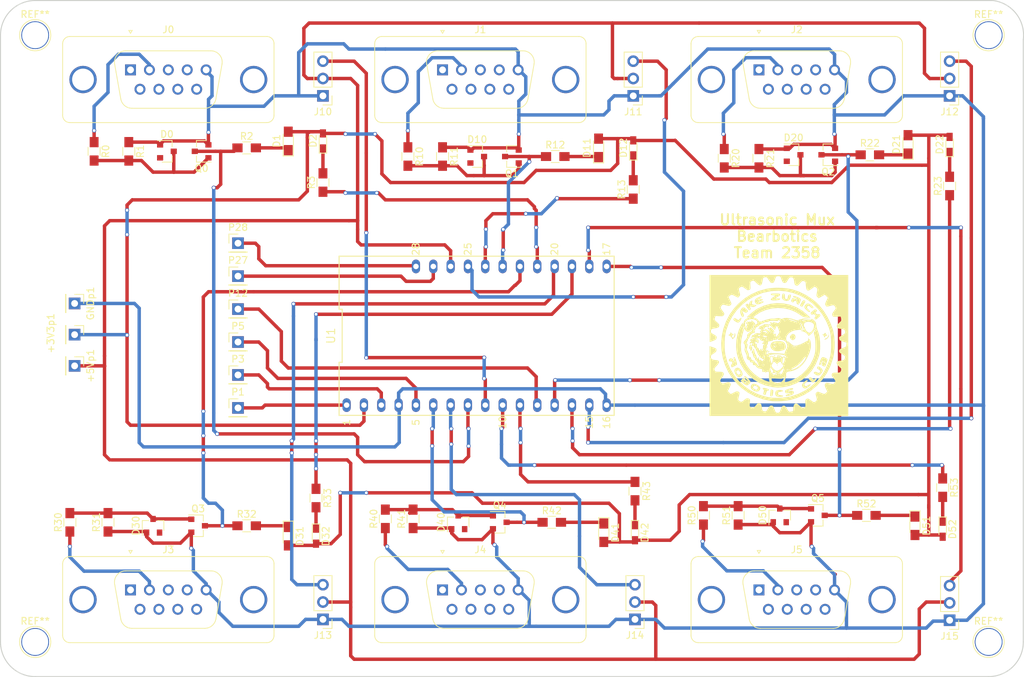
<source format=kicad_pcb>
(kicad_pcb (version 4) (host pcbnew 4.0.7)
  (layers (0 F.Cu signal) (31 B.Cu signal) (34 B.Paste user) (35 F.Paste user) (36 B.SilkS user) (37 F.SilkS user) (38 B.Mask user) (39 F.Mask user) (44 Edge.Cuts user))
  (net 0 "")
  (net 1 +3V3)
  (net 2 +5V)
  (net 3 GNDPWR)
  (net 4 "Net-(D0-Pad1)")
  (net 5 "Net-(D1-Pad1)")
  (net 6 "Net-(D2-Pad1)")
  (net 7 "Net-(D10-Pad1)")
  (net 8 "Net-(D11-Pad1)")
  (net 9 "Net-(D12-Pad1)")
  (net 10 "Net-(D20-Pad1)")
  (net 11 "Net-(D21-Pad1)")
  (net 12 "Net-(D22-Pad1)")
  (net 13 "Net-(D30-Pad1)")
  (net 14 "Net-(D31-Pad1)")
  (net 15 "Net-(D32-Pad1)")
  (net 16 "Net-(D40-Pad1)")
  (net 17 "Net-(D41-Pad1)")
  (net 18 "Net-(D42-Pad1)")
  (net 19 "Net-(D50-Pad1)")
  (net 20 "Net-(D51-Pad1)")
  (net 21 "Net-(D52-Pad1)")
  (net 22 "Net-(J0-Pad1)")
  (net 23 "Net-(J0-Pad2)")
  (net 24 "Net-(J0-Pad3)")
  (net 25 "Net-(J0-Pad4)")
  (net 26 "Net-(J0-Pad6)")
  (net 27 "Net-(J0-Pad7)")
  (net 28 "Net-(J0-Pad8)")
  (net 29 "Net-(J0-Pad9)")
  (net 30 "Net-(J1-Pad1)")
  (net 31 "Net-(J1-Pad2)")
  (net 32 "Net-(J1-Pad3)")
  (net 33 "Net-(J1-Pad4)")
  (net 34 "Net-(J1-Pad6)")
  (net 35 "Net-(J1-Pad7)")
  (net 36 "Net-(J1-Pad8)")
  (net 37 "Net-(J1-Pad9)")
  (net 38 "Net-(J2-Pad1)")
  (net 39 "Net-(J2-Pad2)")
  (net 40 "Net-(J2-Pad3)")
  (net 41 "Net-(J2-Pad4)")
  (net 42 "Net-(J2-Pad6)")
  (net 43 "Net-(J2-Pad7)")
  (net 44 "Net-(J2-Pad8)")
  (net 45 "Net-(J2-Pad9)")
  (net 46 "Net-(J3-Pad1)")
  (net 47 "Net-(J3-Pad2)")
  (net 48 "Net-(J3-Pad3)")
  (net 49 "Net-(J3-Pad4)")
  (net 50 "Net-(J3-Pad6)")
  (net 51 "Net-(J3-Pad7)")
  (net 52 "Net-(J3-Pad8)")
  (net 53 "Net-(J3-Pad9)")
  (net 54 "Net-(J4-Pad1)")
  (net 55 "Net-(J4-Pad2)")
  (net 56 "Net-(J4-Pad3)")
  (net 57 "Net-(J4-Pad4)")
  (net 58 "Net-(J4-Pad6)")
  (net 59 "Net-(J4-Pad7)")
  (net 60 "Net-(J4-Pad8)")
  (net 61 "Net-(J4-Pad9)")
  (net 62 "Net-(J5-Pad1)")
  (net 63 "Net-(J5-Pad2)")
  (net 64 "Net-(J5-Pad3)")
  (net 65 "Net-(J5-Pad4)")
  (net 66 "Net-(J5-Pad6)")
  (net 67 "Net-(J5-Pad7)")
  (net 68 "Net-(J5-Pad8)")
  (net 69 "Net-(J5-Pad9)")
  (net 70 TRG0)
  (net 71 TRG1)
  (net 72 TRG2)
  (net 73 TRG3)
  (net 74 TRG4)
  (net 75 TRG5)
  (net 76 "Net-(P1-Pad1)")
  (net 77 "Net-(P3-Pad1)")
  (net 78 "Net-(P5-Pad1)")
  (net 79 "Net-(P12-Pad1)")
  (net 80 "Net-(P27-Pad1)")
  (net 81 "Net-(P28-Pad1)")
  (net 82 RX0)
  (net 83 RX1)
  (net 84 RX2)
  (net 85 RX3)
  (net 86 RX4)
  (net 87 RX5)
  (net 88 IND0)
  (net 89 IND1)
  (net 90 IND2)
  (net 91 IND3)
  (net 92 IND4)
  (net 93 IND5)
  (module Connectors:1pin (layer F.Cu) (at 245.11 151.13)
    (fp_text reference REF** (at 0 -3.048) (layer F.SilkS))
    (fp_text value 1pin)
    (pad 1 thru_hole circle (at 0 0) (size 4.064 4.064) (drill 3.8) (layers *.Cu *.Mask))
  )
  (module Connectors:1pin (layer F.Cu) (at 105.41 151.13)
    (fp_text reference REF** (at 0 -3.048) (layer F.SilkS))
    (fp_text value 1pin)
    (pad 1 thru_hole circle (at 0 0) (size 4.064 4.064) (drill 3.8) (layers *.Cu *.Mask))
  )
  (module Connectors:1pin (layer F.Cu) (at 105.41 62.23)
    (fp_text reference REF** (at 0 -3.048) (layer F.SilkS))
    (fp_text value 1pin)
    (pad 1 thru_hole circle (at 0 0) (size 4.064 4.064) (drill 3.8) (layers *.Cu *.Mask))
  )
  (module Diodes_SMD:D_SOT-23_ANK (layer F.Cu) (at 124.714 79.248)
    (fp_text reference D0 (at 0 -2.5) (layer F.SilkS))
    (fp_text value D)
    (pad 2 smd rect (at -1 -0.95) (size 0.9 0.8) (layers F.Cu F.Paste F.Mask) (net 3 GNDPWR))
    (pad "" smd rect (at -1 0.95) (size 0.9 0.8) (layers F.Cu F.Paste F.Mask))
    (pad 1 smd rect (at 1 0) (size 0.9 0.8) (layers F.Cu F.Paste F.Mask) (net 4 "Net-(D0-Pad1)"))
  )
  (module LEDs:LED_0805_HandSoldering (layer F.Cu) (at 142.494 77.724 90)
    (fp_text reference D1 (at 0 -1.7 90) (layer F.SilkS))
    (fp_text value "GREEN LED")
    (pad 1 smd rect (at -1.35 0 90) (size 1.5 1.3) (layers F.Cu F.Paste F.Mask) (net 5 "Net-(D1-Pad1)"))
    (pad 2 smd rect (at 1.35 0 90) (size 1.5 1.3) (layers F.Cu F.Paste F.Mask) (net 1 +3V3))
  )
  (module LEDs:LED_0603_HandSoldering (layer F.Cu) (at 147.574 77.724 90)
    (fp_text reference D2 (at 0 -1.45 90) (layer F.SilkS))
    (fp_text value "RED LED")
    (pad 1 smd rect (at -1.1 0 90) (size 1.2 0.9) (layers F.Cu F.Paste F.Mask) (net 6 "Net-(D2-Pad1)"))
    (pad 2 smd rect (at 1.1 0 90) (size 1.2 0.9) (layers F.Cu F.Paste F.Mask) (net 1 +3V3))
  )
  (module Diodes_SMD:D_SOT-23_ANK (layer F.Cu) (at 170.18 80.01)
    (fp_text reference D10 (at 0 -2.5) (layer F.SilkS))
    (fp_text value D)
    (pad 2 smd rect (at -1 -0.95) (size 0.9 0.8) (layers F.Cu F.Paste F.Mask) (net 3 GNDPWR))
    (pad "" smd rect (at -1 0.95) (size 0.9 0.8) (layers F.Cu F.Paste F.Mask))
    (pad 1 smd rect (at 1 0) (size 0.9 0.8) (layers F.Cu F.Paste F.Mask) (net 7 "Net-(D10-Pad1)"))
  )
  (module LEDs:LED_0805_HandSoldering (layer F.Cu) (at 187.96 78.74 90)
    (fp_text reference D11 (at 0 -1.7 90) (layer F.SilkS))
    (fp_text value "GREEN LED")
    (pad 1 smd rect (at -1.35 0 90) (size 1.5 1.3) (layers F.Cu F.Paste F.Mask) (net 8 "Net-(D11-Pad1)"))
    (pad 2 smd rect (at 1.35 0 90) (size 1.5 1.3) (layers F.Cu F.Paste F.Mask) (net 1 +3V3))
  )
  (module LEDs:LED_0603_HandSoldering (layer F.Cu) (at 193.04 78.74 90)
    (fp_text reference D12 (at 0 -1.45 90) (layer F.SilkS))
    (fp_text value "RED LED")
    (pad 1 smd rect (at -1.1 0 90) (size 1.2 0.9) (layers F.Cu F.Paste F.Mask) (net 9 "Net-(D12-Pad1)"))
    (pad 2 smd rect (at 1.1 0 90) (size 1.2 0.9) (layers F.Cu F.Paste F.Mask) (net 1 +3V3))
  )
  (module Diodes_SMD:D_SOT-23_ANK (layer F.Cu) (at 216.535 79.756)
    (fp_text reference D20 (at 0 -2.5) (layer F.SilkS))
    (fp_text value D)
    (pad 2 smd rect (at -1 -0.95) (size 0.9 0.8) (layers F.Cu F.Paste F.Mask) (net 3 GNDPWR))
    (pad "" smd rect (at -1 0.95) (size 0.9 0.8) (layers F.Cu F.Paste F.Mask))
    (pad 1 smd rect (at 1 0) (size 0.9 0.8) (layers F.Cu F.Paste F.Mask) (net 10 "Net-(D20-Pad1)"))
  )
  (module LEDs:LED_0805_HandSoldering (layer F.Cu) (at 233.299 78.232 90)
    (fp_text reference D21 (at 0 -1.7 90) (layer F.SilkS))
    (fp_text value "GREEN LED")
    (pad 1 smd rect (at -1.35 0 90) (size 1.5 1.3) (layers F.Cu F.Paste F.Mask) (net 11 "Net-(D21-Pad1)"))
    (pad 2 smd rect (at 1.35 0 90) (size 1.5 1.3) (layers F.Cu F.Paste F.Mask) (net 1 +3V3))
  )
  (module LEDs:LED_0603_HandSoldering (layer F.Cu) (at 239.395 78.232 90)
    (fp_text reference D22 (at 0 -1.45 90) (layer F.SilkS))
    (fp_text value "RED LED")
    (pad 1 smd rect (at -1.1 0 90) (size 1.2 0.9) (layers F.Cu F.Paste F.Mask) (net 12 "Net-(D22-Pad1)"))
    (pad 2 smd rect (at 1.1 0 90) (size 1.2 0.9) (layers F.Cu F.Paste F.Mask) (net 1 +3V3))
  )
  (module Diodes_SMD:D_SOT-23_ANK (layer F.Cu) (at 122.682 134.112 90)
    (fp_text reference D30 (at 0 -2.5 90) (layer F.SilkS))
    (fp_text value D)
    (pad 2 smd rect (at -1 -0.95 90) (size 0.9 0.8) (layers F.Cu F.Paste F.Mask) (net 3 GNDPWR))
    (pad "" smd rect (at -1 0.95 90) (size 0.9 0.8) (layers F.Cu F.Paste F.Mask))
    (pad 1 smd rect (at 1 0 90) (size 0.9 0.8) (layers F.Cu F.Paste F.Mask) (net 13 "Net-(D30-Pad1)"))
  )
  (module LEDs:LED_0805_HandSoldering (layer F.Cu) (at 142.494 135.636 270)
    (fp_text reference D31 (at 0 -1.7 270) (layer F.SilkS))
    (fp_text value "GREEN LED")
    (pad 1 smd rect (at -1.35 0 270) (size 1.5 1.3) (layers F.Cu F.Paste F.Mask) (net 14 "Net-(D31-Pad1)"))
    (pad 2 smd rect (at 1.35 0 270) (size 1.5 1.3) (layers F.Cu F.Paste F.Mask) (net 1 +3V3))
  )
  (module LEDs:LED_0603_HandSoldering (layer F.Cu) (at 146.558 135.636 270)
    (fp_text reference D32 (at 0 -1.45 270) (layer F.SilkS))
    (fp_text value "RED LED")
    (pad 1 smd rect (at -1.1 0 270) (size 1.2 0.9) (layers F.Cu F.Paste F.Mask) (net 15 "Net-(D32-Pad1)"))
    (pad 2 smd rect (at 1.1 0 270) (size 1.2 0.9) (layers F.Cu F.Paste F.Mask) (net 1 +3V3))
  )
  (module Diodes_SMD:D_SOT-23_ANK (layer F.Cu) (at 167.386 133.604 90)
    (fp_text reference D40 (at 0 -2.5 90) (layer F.SilkS))
    (fp_text value D)
    (pad 2 smd rect (at -1 -0.95 90) (size 0.9 0.8) (layers F.Cu F.Paste F.Mask) (net 3 GNDPWR))
    (pad "" smd rect (at -1 0.95 90) (size 0.9 0.8) (layers F.Cu F.Paste F.Mask))
    (pad 1 smd rect (at 1 0 90) (size 0.9 0.8) (layers F.Cu F.Paste F.Mask) (net 16 "Net-(D40-Pad1)"))
  )
  (module LEDs:LED_0805_HandSoldering (layer F.Cu) (at 188.722 135.128 270)
    (fp_text reference D41 (at 0 -1.7 270) (layer F.SilkS))
    (fp_text value "GREEN LED")
    (pad 1 smd rect (at -1.35 0 270) (size 1.5 1.3) (layers F.Cu F.Paste F.Mask) (net 17 "Net-(D41-Pad1)"))
    (pad 2 smd rect (at 1.35 0 270) (size 1.5 1.3) (layers F.Cu F.Paste F.Mask) (net 1 +3V3))
  )
  (module LEDs:LED_0603_HandSoldering (layer F.Cu) (at 193.294 135.128 270)
    (fp_text reference D42 (at 0 -1.45 270) (layer F.SilkS))
    (fp_text value "RED LED")
    (pad 1 smd rect (at -1.1 0 270) (size 1.2 0.9) (layers F.Cu F.Paste F.Mask) (net 18 "Net-(D42-Pad1)"))
    (pad 2 smd rect (at 1.1 0 270) (size 1.2 0.9) (layers F.Cu F.Paste F.Mask) (net 1 +3V3))
  )
  (module Diodes_SMD:D_SOT-23_ANK (layer F.Cu) (at 214.503 132.588 90)
    (fp_text reference D50 (at 0 -2.5 90) (layer F.SilkS))
    (fp_text value D)
    (pad 2 smd rect (at -1 -0.95 90) (size 0.9 0.8) (layers F.Cu F.Paste F.Mask) (net 3 GNDPWR))
    (pad "" smd rect (at -1 0.95 90) (size 0.9 0.8) (layers F.Cu F.Paste F.Mask))
    (pad 1 smd rect (at 1 0 90) (size 0.9 0.8) (layers F.Cu F.Paste F.Mask) (net 19 "Net-(D50-Pad1)"))
  )
  (module LEDs:LED_0805_HandSoldering (layer F.Cu) (at 234.315 134.112 270)
    (fp_text reference D51 (at 0 -1.7 270) (layer F.SilkS))
    (fp_text value "GREEN LED")
    (pad 1 smd rect (at -1.35 0 270) (size 1.5 1.3) (layers F.Cu F.Paste F.Mask) (net 20 "Net-(D51-Pad1)"))
    (pad 2 smd rect (at 1.35 0 270) (size 1.5 1.3) (layers F.Cu F.Paste F.Mask) (net 1 +3V3))
  )
  (module LEDs:LED_0603_HandSoldering (layer F.Cu) (at 238.379 134.62 270)
    (fp_text reference D52 (at 0 -1.45 270) (layer F.SilkS))
    (fp_text value "RED LED")
    (pad 1 smd rect (at -1.1 0 270) (size 1.2 0.9) (layers F.Cu F.Paste F.Mask) (net 21 "Net-(D52-Pad1)"))
    (pad 2 smd rect (at 1.1 0 270) (size 1.2 0.9) (layers F.Cu F.Paste F.Mask) (net 1 +3V3))
  )
  (module Connectors_DSub:DSUB-9_Male_Vertical_Pitch2.77x2.84mm_MountingHoles (layer F.Cu) (at 119.38 67.31)
    (fp_text reference J0 (at 5.54 -5.89) (layer F.SilkS))
    (fp_text value DB9_Male)
    (pad 1 thru_hole rect (at 0 0) (size 1.6 1.6) (drill 1) (layers *.Cu *.Mask) (net 22 "Net-(J0-Pad1)"))
    (pad 2 thru_hole circle (at 2.77 0) (size 1.6 1.6) (drill 1) (layers *.Cu *.Mask) (net 23 "Net-(J0-Pad2)"))
    (pad 3 thru_hole circle (at 5.54 0) (size 1.6 1.6) (drill 1) (layers *.Cu *.Mask) (net 24 "Net-(J0-Pad3)"))
    (pad 4 thru_hole circle (at 8.31 0) (size 1.6 1.6) (drill 1) (layers *.Cu *.Mask) (net 25 "Net-(J0-Pad4)"))
    (pad 5 thru_hole circle (at 11.08 0) (size 1.6 1.6) (drill 1) (layers *.Cu *.Mask) (net 3 GNDPWR))
    (pad 6 thru_hole circle (at 1.385 2.84) (size 1.6 1.6) (drill 1) (layers *.Cu *.Mask) (net 26 "Net-(J0-Pad6)"))
    (pad 7 thru_hole circle (at 4.155 2.84) (size 1.6 1.6) (drill 1) (layers *.Cu *.Mask) (net 27 "Net-(J0-Pad7)"))
    (pad 8 thru_hole circle (at 6.925 2.84) (size 1.6 1.6) (drill 1) (layers *.Cu *.Mask) (net 28 "Net-(J0-Pad8)"))
    (pad 9 thru_hole circle (at 9.695 2.84) (size 1.6 1.6) (drill 1) (layers *.Cu *.Mask) (net 29 "Net-(J0-Pad9)"))
    (pad 0 thru_hole circle (at -6.96 1.42) (size 4 4) (drill 3.2) (layers *.Cu *.Mask))
    (pad 0 thru_hole circle (at 18.04 1.42) (size 4 4) (drill 3.2) (layers *.Cu *.Mask))
  )
  (module Connectors_DSub:DSUB-9_Male_Vertical_Pitch2.77x2.84mm_MountingHoles (layer F.Cu) (at 165.1 67.31)
    (fp_text reference J1 (at 5.54 -5.89) (layer F.SilkS))
    (fp_text value DB9_Male)
    (pad 1 thru_hole rect (at 0 0) (size 1.6 1.6) (drill 1) (layers *.Cu *.Mask) (net 30 "Net-(J1-Pad1)"))
    (pad 2 thru_hole circle (at 2.77 0) (size 1.6 1.6) (drill 1) (layers *.Cu *.Mask) (net 31 "Net-(J1-Pad2)"))
    (pad 3 thru_hole circle (at 5.54 0) (size 1.6 1.6) (drill 1) (layers *.Cu *.Mask) (net 32 "Net-(J1-Pad3)"))
    (pad 4 thru_hole circle (at 8.31 0) (size 1.6 1.6) (drill 1) (layers *.Cu *.Mask) (net 33 "Net-(J1-Pad4)"))
    (pad 5 thru_hole circle (at 11.08 0) (size 1.6 1.6) (drill 1) (layers *.Cu *.Mask) (net 3 GNDPWR))
    (pad 6 thru_hole circle (at 1.385 2.84) (size 1.6 1.6) (drill 1) (layers *.Cu *.Mask) (net 34 "Net-(J1-Pad6)"))
    (pad 7 thru_hole circle (at 4.155 2.84) (size 1.6 1.6) (drill 1) (layers *.Cu *.Mask) (net 35 "Net-(J1-Pad7)"))
    (pad 8 thru_hole circle (at 6.925 2.84) (size 1.6 1.6) (drill 1) (layers *.Cu *.Mask) (net 36 "Net-(J1-Pad8)"))
    (pad 9 thru_hole circle (at 9.695 2.84) (size 1.6 1.6) (drill 1) (layers *.Cu *.Mask) (net 37 "Net-(J1-Pad9)"))
    (pad 0 thru_hole circle (at -6.96 1.42) (size 4 4) (drill 3.2) (layers *.Cu *.Mask))
    (pad 0 thru_hole circle (at 18.04 1.42) (size 4 4) (drill 3.2) (layers *.Cu *.Mask))
  )
  (module Connectors_DSub:DSUB-9_Male_Vertical_Pitch2.77x2.84mm_MountingHoles (layer F.Cu) (at 211.455 67.31)
    (fp_text reference J2 (at 5.54 -5.89) (layer F.SilkS))
    (fp_text value DB9_Male)
    (pad 1 thru_hole rect (at 0 0) (size 1.6 1.6) (drill 1) (layers *.Cu *.Mask) (net 38 "Net-(J2-Pad1)"))
    (pad 2 thru_hole circle (at 2.77 0) (size 1.6 1.6) (drill 1) (layers *.Cu *.Mask) (net 39 "Net-(J2-Pad2)"))
    (pad 3 thru_hole circle (at 5.54 0) (size 1.6 1.6) (drill 1) (layers *.Cu *.Mask) (net 40 "Net-(J2-Pad3)"))
    (pad 4 thru_hole circle (at 8.31 0) (size 1.6 1.6) (drill 1) (layers *.Cu *.Mask) (net 41 "Net-(J2-Pad4)"))
    (pad 5 thru_hole circle (at 11.08 0) (size 1.6 1.6) (drill 1) (layers *.Cu *.Mask) (net 3 GNDPWR))
    (pad 6 thru_hole circle (at 1.385 2.84) (size 1.6 1.6) (drill 1) (layers *.Cu *.Mask) (net 42 "Net-(J2-Pad6)"))
    (pad 7 thru_hole circle (at 4.155 2.84) (size 1.6 1.6) (drill 1) (layers *.Cu *.Mask) (net 43 "Net-(J2-Pad7)"))
    (pad 8 thru_hole circle (at 6.925 2.84) (size 1.6 1.6) (drill 1) (layers *.Cu *.Mask) (net 44 "Net-(J2-Pad8)"))
    (pad 9 thru_hole circle (at 9.695 2.84) (size 1.6 1.6) (drill 1) (layers *.Cu *.Mask) (net 45 "Net-(J2-Pad9)"))
    (pad 0 thru_hole circle (at -6.96 1.42) (size 4 4) (drill 3.2) (layers *.Cu *.Mask))
    (pad 0 thru_hole circle (at 18.04 1.42) (size 4 4) (drill 3.2) (layers *.Cu *.Mask))
  )
  (module Connectors_DSub:DSUB-9_Male_Vertical_Pitch2.77x2.84mm_MountingHoles (layer F.Cu) (at 119.38 143.51)
    (fp_text reference J3 (at 5.54 -5.89) (layer F.SilkS))
    (fp_text value DB9_Male)
    (pad 1 thru_hole rect (at 0 0) (size 1.6 1.6) (drill 1) (layers *.Cu *.Mask) (net 46 "Net-(J3-Pad1)"))
    (pad 2 thru_hole circle (at 2.77 0) (size 1.6 1.6) (drill 1) (layers *.Cu *.Mask) (net 47 "Net-(J3-Pad2)"))
    (pad 3 thru_hole circle (at 5.54 0) (size 1.6 1.6) (drill 1) (layers *.Cu *.Mask) (net 48 "Net-(J3-Pad3)"))
    (pad 4 thru_hole circle (at 8.31 0) (size 1.6 1.6) (drill 1) (layers *.Cu *.Mask) (net 49 "Net-(J3-Pad4)"))
    (pad 5 thru_hole circle (at 11.08 0) (size 1.6 1.6) (drill 1) (layers *.Cu *.Mask) (net 3 GNDPWR))
    (pad 6 thru_hole circle (at 1.385 2.84) (size 1.6 1.6) (drill 1) (layers *.Cu *.Mask) (net 50 "Net-(J3-Pad6)"))
    (pad 7 thru_hole circle (at 4.155 2.84) (size 1.6 1.6) (drill 1) (layers *.Cu *.Mask) (net 51 "Net-(J3-Pad7)"))
    (pad 8 thru_hole circle (at 6.925 2.84) (size 1.6 1.6) (drill 1) (layers *.Cu *.Mask) (net 52 "Net-(J3-Pad8)"))
    (pad 9 thru_hole circle (at 9.695 2.84) (size 1.6 1.6) (drill 1) (layers *.Cu *.Mask) (net 53 "Net-(J3-Pad9)"))
    (pad 0 thru_hole circle (at -6.96 1.42) (size 4 4) (drill 3.2) (layers *.Cu *.Mask))
    (pad 0 thru_hole circle (at 18.04 1.42) (size 4 4) (drill 3.2) (layers *.Cu *.Mask))
  )
  (module Connectors_DSub:DSUB-9_Male_Vertical_Pitch2.77x2.84mm_MountingHoles (layer F.Cu) (at 165.1 143.51)
    (fp_text reference J4 (at 5.54 -5.89) (layer F.SilkS))
    (fp_text value DB9_Male)
    (pad 1 thru_hole rect (at 0 0) (size 1.6 1.6) (drill 1) (layers *.Cu *.Mask) (net 54 "Net-(J4-Pad1)"))
    (pad 2 thru_hole circle (at 2.77 0) (size 1.6 1.6) (drill 1) (layers *.Cu *.Mask) (net 55 "Net-(J4-Pad2)"))
    (pad 3 thru_hole circle (at 5.54 0) (size 1.6 1.6) (drill 1) (layers *.Cu *.Mask) (net 56 "Net-(J4-Pad3)"))
    (pad 4 thru_hole circle (at 8.31 0) (size 1.6 1.6) (drill 1) (layers *.Cu *.Mask) (net 57 "Net-(J4-Pad4)"))
    (pad 5 thru_hole circle (at 11.08 0) (size 1.6 1.6) (drill 1) (layers *.Cu *.Mask) (net 3 GNDPWR))
    (pad 6 thru_hole circle (at 1.385 2.84) (size 1.6 1.6) (drill 1) (layers *.Cu *.Mask) (net 58 "Net-(J4-Pad6)"))
    (pad 7 thru_hole circle (at 4.155 2.84) (size 1.6 1.6) (drill 1) (layers *.Cu *.Mask) (net 59 "Net-(J4-Pad7)"))
    (pad 8 thru_hole circle (at 6.925 2.84) (size 1.6 1.6) (drill 1) (layers *.Cu *.Mask) (net 60 "Net-(J4-Pad8)"))
    (pad 9 thru_hole circle (at 9.695 2.84) (size 1.6 1.6) (drill 1) (layers *.Cu *.Mask) (net 61 "Net-(J4-Pad9)"))
    (pad 0 thru_hole circle (at -6.96 1.42) (size 4 4) (drill 3.2) (layers *.Cu *.Mask))
    (pad 0 thru_hole circle (at 18.04 1.42) (size 4 4) (drill 3.2) (layers *.Cu *.Mask))
  )
  (module Connectors_DSub:DSUB-9_Male_Vertical_Pitch2.77x2.84mm_MountingHoles (layer F.Cu) (at 211.455 143.51)
    (fp_text reference J5 (at 5.54 -5.89) (layer F.SilkS))
    (fp_text value DB9_Male)
    (pad 1 thru_hole rect (at 0 0) (size 1.6 1.6) (drill 1) (layers *.Cu *.Mask) (net 62 "Net-(J5-Pad1)"))
    (pad 2 thru_hole circle (at 2.77 0) (size 1.6 1.6) (drill 1) (layers *.Cu *.Mask) (net 63 "Net-(J5-Pad2)"))
    (pad 3 thru_hole circle (at 5.54 0) (size 1.6 1.6) (drill 1) (layers *.Cu *.Mask) (net 64 "Net-(J5-Pad3)"))
    (pad 4 thru_hole circle (at 8.31 0) (size 1.6 1.6) (drill 1) (layers *.Cu *.Mask) (net 65 "Net-(J5-Pad4)"))
    (pad 5 thru_hole circle (at 11.08 0) (size 1.6 1.6) (drill 1) (layers *.Cu *.Mask) (net 3 GNDPWR))
    (pad 6 thru_hole circle (at 1.385 2.84) (size 1.6 1.6) (drill 1) (layers *.Cu *.Mask) (net 66 "Net-(J5-Pad6)"))
    (pad 7 thru_hole circle (at 4.155 2.84) (size 1.6 1.6) (drill 1) (layers *.Cu *.Mask) (net 67 "Net-(J5-Pad7)"))
    (pad 8 thru_hole circle (at 6.925 2.84) (size 1.6 1.6) (drill 1) (layers *.Cu *.Mask) (net 68 "Net-(J5-Pad8)"))
    (pad 9 thru_hole circle (at 9.695 2.84) (size 1.6 1.6) (drill 1) (layers *.Cu *.Mask) (net 69 "Net-(J5-Pad9)"))
    (pad 0 thru_hole circle (at -6.96 1.42) (size 4 4) (drill 3.2) (layers *.Cu *.Mask))
    (pad 0 thru_hole circle (at 18.04 1.42) (size 4 4) (drill 3.2) (layers *.Cu *.Mask))
  )
  (module TO_SOT_Packages_SMD:SOT-23 (layer F.Cu) (at 129.794 79.248 180)
    (fp_text reference Q0 (at 0 -2.5 180) (layer F.SilkS))
    (fp_text value MMBT3904)
    (pad 1 smd rect (at -1 -0.95 180) (size 0.9 0.8) (layers F.Cu F.Paste F.Mask) (net 4 "Net-(D0-Pad1)"))
    (pad 2 smd rect (at -1 0.95 180) (size 0.9 0.8) (layers F.Cu F.Paste F.Mask) (net 3 GNDPWR))
    (pad 3 smd rect (at 1 0 180) (size 0.9 0.8) (layers F.Cu F.Paste F.Mask) (net 82 RX0))
  )
  (module TO_SOT_Packages_SMD:SOT-23 (layer F.Cu) (at 175.26 80.01 180)
    (fp_text reference Q1 (at 0 -2.5 180) (layer F.SilkS))
    (fp_text value MMBT3904)
    (pad 1 smd rect (at -1 -0.95 180) (size 0.9 0.8) (layers F.Cu F.Paste F.Mask) (net 7 "Net-(D10-Pad1)"))
    (pad 2 smd rect (at -1 0.95 180) (size 0.9 0.8) (layers F.Cu F.Paste F.Mask) (net 3 GNDPWR))
    (pad 3 smd rect (at 1 0 180) (size 0.9 0.8) (layers F.Cu F.Paste F.Mask) (net 83 RX1))
  )
  (module TO_SOT_Packages_SMD:SOT-23 (layer F.Cu) (at 221.615 79.756 180)
    (fp_text reference Q2 (at 0 -2.5 180) (layer F.SilkS))
    (fp_text value MMBT3904)
    (pad 1 smd rect (at -1 -0.95 180) (size 0.9 0.8) (layers F.Cu F.Paste F.Mask) (net 10 "Net-(D20-Pad1)"))
    (pad 2 smd rect (at -1 0.95 180) (size 0.9 0.8) (layers F.Cu F.Paste F.Mask) (net 3 GNDPWR))
    (pad 3 smd rect (at 1 0 180) (size 0.9 0.8) (layers F.Cu F.Paste F.Mask) (net 84 RX2))
  )
  (module TO_SOT_Packages_SMD:SOT-23 (layer F.Cu) (at 129.286 134.112)
    (fp_text reference Q3 (at 0 -2.5) (layer F.SilkS))
    (fp_text value MMBT3904)
    (pad 1 smd rect (at -1 -0.95) (size 0.9 0.8) (layers F.Cu F.Paste F.Mask) (net 13 "Net-(D30-Pad1)"))
    (pad 2 smd rect (at -1 0.95) (size 0.9 0.8) (layers F.Cu F.Paste F.Mask) (net 3 GNDPWR))
    (pad 3 smd rect (at 1 0) (size 0.9 0.8) (layers F.Cu F.Paste F.Mask) (net 85 RX3))
  )
  (module TO_SOT_Packages_SMD:SOT-23 (layer F.Cu) (at 173.482 133.604)
    (fp_text reference Q4 (at 0 -2.5) (layer F.SilkS))
    (fp_text value MMBT3904)
    (pad 1 smd rect (at -1 -0.95) (size 0.9 0.8) (layers F.Cu F.Paste F.Mask) (net 16 "Net-(D40-Pad1)"))
    (pad 2 smd rect (at -1 0.95) (size 0.9 0.8) (layers F.Cu F.Paste F.Mask) (net 3 GNDPWR))
    (pad 3 smd rect (at 1 0) (size 0.9 0.8) (layers F.Cu F.Paste F.Mask) (net 86 RX4))
  )
  (module TO_SOT_Packages_SMD:SOT-23 (layer F.Cu) (at 220.091 132.588)
    (fp_text reference Q5 (at 0 -2.5) (layer F.SilkS))
    (fp_text value MMBT3904)
    (pad 1 smd rect (at -1 -0.95) (size 0.9 0.8) (layers F.Cu F.Paste F.Mask) (net 19 "Net-(D50-Pad1)"))
    (pad 2 smd rect (at -1 0.95) (size 0.9 0.8) (layers F.Cu F.Paste F.Mask) (net 3 GNDPWR))
    (pad 3 smd rect (at 1 0) (size 0.9 0.8) (layers F.Cu F.Paste F.Mask) (net 87 RX5))
  )
  (module Resistors_SMD:R_0805_HandSoldering (layer F.Cu) (at 114.046 79.248 270)
    (fp_text reference R0 (at 0 -1.7 270) (layer F.SilkS))
    (fp_text value 10k)
    (pad 1 smd rect (at -1.35 0 270) (size 1.5 1.3) (layers F.Cu F.Paste F.Mask) (net 23 "Net-(J0-Pad2)"))
    (pad 2 smd rect (at 1.35 0 270) (size 1.5 1.3) (layers F.Cu F.Paste F.Mask) (net 4 "Net-(D0-Pad1)"))
  )
  (module Resistors_SMD:R_0805_HandSoldering (layer F.Cu) (at 119.126 79.248 270)
    (fp_text reference R1 (at 0 -1.7 270) (layer F.SilkS))
    (fp_text value 10k)
    (pad 1 smd rect (at -1.35 0 270) (size 1.5 1.3) (layers F.Cu F.Paste F.Mask) (net 3 GNDPWR))
    (pad 2 smd rect (at 1.35 0 270) (size 1.5 1.3) (layers F.Cu F.Paste F.Mask) (net 4 "Net-(D0-Pad1)"))
  )
  (module Resistors_SMD:R_0805_HandSoldering (layer F.Cu) (at 136.398 78.74)
    (fp_text reference R2 (at 0 -1.7) (layer F.SilkS))
    (fp_text value 1k)
    (pad 1 smd rect (at -1.35 0) (size 1.5 1.3) (layers F.Cu F.Paste F.Mask) (net 82 RX0))
    (pad 2 smd rect (at 1.35 0) (size 1.5 1.3) (layers F.Cu F.Paste F.Mask) (net 5 "Net-(D1-Pad1)"))
  )
  (module Resistors_SMD:R_0805_HandSoldering (layer F.Cu) (at 147.574 83.82 90)
    (fp_text reference R3 (at 0 -1.7 90) (layer F.SilkS))
    (fp_text value 1k)
    (pad 1 smd rect (at -1.35 0 90) (size 1.5 1.3) (layers F.Cu F.Paste F.Mask) (net 88 IND0))
    (pad 2 smd rect (at 1.35 0 90) (size 1.5 1.3) (layers F.Cu F.Paste F.Mask) (net 6 "Net-(D2-Pad1)"))
  )
  (module Resistors_SMD:R_0805_HandSoldering (layer F.Cu) (at 160.02 80.01 270)
    (fp_text reference R10 (at 0 -1.7 270) (layer F.SilkS))
    (fp_text value 10k)
    (pad 1 smd rect (at -1.35 0 270) (size 1.5 1.3) (layers F.Cu F.Paste F.Mask) (net 31 "Net-(J1-Pad2)"))
    (pad 2 smd rect (at 1.35 0 270) (size 1.5 1.3) (layers F.Cu F.Paste F.Mask) (net 7 "Net-(D10-Pad1)"))
  )
  (module Resistors_SMD:R_0805_HandSoldering (layer F.Cu) (at 165.1 80.01 270)
    (fp_text reference R11 (at 0 -1.7 270) (layer F.SilkS))
    (fp_text value 10k)
    (pad 1 smd rect (at -1.35 0 270) (size 1.5 1.3) (layers F.Cu F.Paste F.Mask) (net 3 GNDPWR))
    (pad 2 smd rect (at 1.35 0 270) (size 1.5 1.3) (layers F.Cu F.Paste F.Mask) (net 7 "Net-(D10-Pad1)"))
  )
  (module Resistors_SMD:R_0805_HandSoldering (layer F.Cu) (at 181.61 80.01)
    (fp_text reference R12 (at 0 -1.7) (layer F.SilkS))
    (fp_text value 1k)
    (pad 1 smd rect (at -1.35 0) (size 1.5 1.3) (layers F.Cu F.Paste F.Mask) (net 83 RX1))
    (pad 2 smd rect (at 1.35 0) (size 1.5 1.3) (layers F.Cu F.Paste F.Mask) (net 8 "Net-(D11-Pad1)"))
  )
  (module Resistors_SMD:R_0805_HandSoldering (layer F.Cu) (at 193.04 84.836 90)
    (fp_text reference R13 (at 0 -1.7 90) (layer F.SilkS))
    (fp_text value 1k)
    (pad 1 smd rect (at -1.35 0 90) (size 1.5 1.3) (layers F.Cu F.Paste F.Mask) (net 89 IND1))
    (pad 2 smd rect (at 1.35 0 90) (size 1.5 1.3) (layers F.Cu F.Paste F.Mask) (net 9 "Net-(D12-Pad1)"))
  )
  (module Resistors_SMD:R_0805_HandSoldering (layer F.Cu) (at 206.375 80.264 270)
    (fp_text reference R20 (at 0 -1.7 270) (layer F.SilkS))
    (fp_text value 10k)
    (pad 1 smd rect (at -1.35 0 270) (size 1.5 1.3) (layers F.Cu F.Paste F.Mask) (net 39 "Net-(J2-Pad2)"))
    (pad 2 smd rect (at 1.35 0 270) (size 1.5 1.3) (layers F.Cu F.Paste F.Mask) (net 10 "Net-(D20-Pad1)"))
  )
  (module Resistors_SMD:R_0805_HandSoldering (layer F.Cu) (at 211.455 80.264 270)
    (fp_text reference R21 (at 0 -1.7 270) (layer F.SilkS))
    (fp_text value 10k)
    (pad 1 smd rect (at -1.35 0 270) (size 1.5 1.3) (layers F.Cu F.Paste F.Mask) (net 3 GNDPWR))
    (pad 2 smd rect (at 1.35 0 270) (size 1.5 1.3) (layers F.Cu F.Paste F.Mask) (net 10 "Net-(D20-Pad1)"))
  )
  (module Resistors_SMD:R_0805_HandSoldering (layer F.Cu) (at 227.711 79.756)
    (fp_text reference R22 (at 0 -1.7) (layer F.SilkS))
    (fp_text value 1k)
    (pad 1 smd rect (at -1.35 0) (size 1.5 1.3) (layers F.Cu F.Paste F.Mask) (net 84 RX2))
    (pad 2 smd rect (at 1.35 0) (size 1.5 1.3) (layers F.Cu F.Paste F.Mask) (net 11 "Net-(D21-Pad1)"))
  )
  (module Resistors_SMD:R_0805_HandSoldering (layer F.Cu) (at 239.395 84.328 90)
    (fp_text reference R23 (at 0 -1.7 90) (layer F.SilkS))
    (fp_text value 1k)
    (pad 1 smd rect (at -1.35 0 90) (size 1.5 1.3) (layers F.Cu F.Paste F.Mask) (net 90 IND2))
    (pad 2 smd rect (at 1.35 0 90) (size 1.5 1.3) (layers F.Cu F.Paste F.Mask) (net 12 "Net-(D22-Pad1)"))
  )
  (module Resistors_SMD:R_0805_HandSoldering (layer F.Cu) (at 110.49 133.604 90)
    (fp_text reference R30 (at 0 -1.7 90) (layer F.SilkS))
    (fp_text value 10k)
    (pad 1 smd rect (at -1.35 0 90) (size 1.5 1.3) (layers F.Cu F.Paste F.Mask) (net 47 "Net-(J3-Pad2)"))
    (pad 2 smd rect (at 1.35 0 90) (size 1.5 1.3) (layers F.Cu F.Paste F.Mask) (net 13 "Net-(D30-Pad1)"))
  )
  (module Resistors_SMD:R_0805_HandSoldering (layer F.Cu) (at 116.078 133.604 90)
    (fp_text reference R31 (at 0 -1.7 90) (layer F.SilkS))
    (fp_text value 10k)
    (pad 1 smd rect (at -1.35 0 90) (size 1.5 1.3) (layers F.Cu F.Paste F.Mask) (net 3 GNDPWR))
    (pad 2 smd rect (at 1.35 0 90) (size 1.5 1.3) (layers F.Cu F.Paste F.Mask) (net 13 "Net-(D30-Pad1)"))
  )
  (module Resistors_SMD:R_0805_HandSoldering (layer F.Cu) (at 136.398 134.112)
    (fp_text reference R32 (at 0 -1.7) (layer F.SilkS))
    (fp_text value 1k)
    (pad 1 smd rect (at -1.35 0) (size 1.5 1.3) (layers F.Cu F.Paste F.Mask) (net 85 RX3))
    (pad 2 smd rect (at 1.35 0) (size 1.5 1.3) (layers F.Cu F.Paste F.Mask) (net 14 "Net-(D31-Pad1)"))
  )
  (module Resistors_SMD:R_0805_HandSoldering (layer F.Cu) (at 146.558 130.048 270)
    (fp_text reference R33 (at 0 -1.7 270) (layer F.SilkS))
    (fp_text value 1k)
    (pad 1 smd rect (at -1.35 0 270) (size 1.5 1.3) (layers F.Cu F.Paste F.Mask) (net 91 IND3))
    (pad 2 smd rect (at 1.35 0 270) (size 1.5 1.3) (layers F.Cu F.Paste F.Mask) (net 15 "Net-(D32-Pad1)"))
  )
  (module Resistors_SMD:R_0805_HandSoldering (layer F.Cu) (at 156.718 133.096 90)
    (fp_text reference R40 (at 0 -1.7 90) (layer F.SilkS))
    (fp_text value 10k)
    (pad 1 smd rect (at -1.35 0 90) (size 1.5 1.3) (layers F.Cu F.Paste F.Mask) (net 55 "Net-(J4-Pad2)"))
    (pad 2 smd rect (at 1.35 0 90) (size 1.5 1.3) (layers F.Cu F.Paste F.Mask) (net 16 "Net-(D40-Pad1)"))
  )
  (module Resistors_SMD:R_0805_HandSoldering (layer F.Cu) (at 160.782 133.096 90)
    (fp_text reference R41 (at 0 -1.7 90) (layer F.SilkS))
    (fp_text value 10k)
    (pad 1 smd rect (at -1.35 0 90) (size 1.5 1.3) (layers F.Cu F.Paste F.Mask) (net 3 GNDPWR))
    (pad 2 smd rect (at 1.35 0 90) (size 1.5 1.3) (layers F.Cu F.Paste F.Mask) (net 16 "Net-(D40-Pad1)"))
  )
  (module Resistors_SMD:R_0805_HandSoldering (layer F.Cu) (at 181.102 133.604)
    (fp_text reference R42 (at 0 -1.7) (layer F.SilkS))
    (fp_text value 1k)
    (pad 1 smd rect (at -1.35 0) (size 1.5 1.3) (layers F.Cu F.Paste F.Mask) (net 86 RX4))
    (pad 2 smd rect (at 1.35 0) (size 1.5 1.3) (layers F.Cu F.Paste F.Mask) (net 17 "Net-(D41-Pad1)"))
  )
  (module Resistors_SMD:R_0805_HandSoldering (layer F.Cu) (at 193.294 129.032 270)
    (fp_text reference R43 (at 0 -1.7 270) (layer F.SilkS))
    (fp_text value 1k)
    (pad 1 smd rect (at -1.35 0 270) (size 1.5 1.3) (layers F.Cu F.Paste F.Mask) (net 92 IND4))
    (pad 2 smd rect (at 1.35 0 270) (size 1.5 1.3) (layers F.Cu F.Paste F.Mask) (net 18 "Net-(D42-Pad1)"))
  )
  (module Resistors_SMD:R_0805_HandSoldering (layer F.Cu) (at 203.327 132.588 90)
    (fp_text reference R50 (at 0 -1.7 90) (layer F.SilkS))
    (fp_text value 1Ok)
    (pad 1 smd rect (at -1.35 0 90) (size 1.5 1.3) (layers F.Cu F.Paste F.Mask) (net 63 "Net-(J5-Pad2)"))
    (pad 2 smd rect (at 1.35 0 90) (size 1.5 1.3) (layers F.Cu F.Paste F.Mask) (net 19 "Net-(D50-Pad1)"))
  )
  (module Resistors_SMD:R_0805_HandSoldering (layer F.Cu) (at 208.407 132.588 90)
    (fp_text reference R51 (at 0 -1.7 90) (layer F.SilkS))
    (fp_text value 10k)
    (pad 1 smd rect (at -1.35 0 90) (size 1.5 1.3) (layers F.Cu F.Paste F.Mask) (net 3 GNDPWR))
    (pad 2 smd rect (at 1.35 0 90) (size 1.5 1.3) (layers F.Cu F.Paste F.Mask) (net 19 "Net-(D50-Pad1)"))
  )
  (module Resistors_SMD:R_0805_HandSoldering (layer F.Cu) (at 227.203 132.588)
    (fp_text reference R52 (at 0 -1.7) (layer F.SilkS))
    (fp_text value 1k)
    (pad 1 smd rect (at -1.35 0) (size 1.5 1.3) (layers F.Cu F.Paste F.Mask) (net 87 RX5))
    (pad 2 smd rect (at 1.35 0) (size 1.5 1.3) (layers F.Cu F.Paste F.Mask) (net 20 "Net-(D51-Pad1)"))
  )
  (module Resistors_SMD:R_0805_HandSoldering (layer F.Cu) (at 238.379 128.524 270)
    (fp_text reference R53 (at 0 -1.7 270) (layer F.SilkS))
    (fp_text value 1k)
    (pad 1 smd rect (at -1.35 0 270) (size 1.5 1.3) (layers F.Cu F.Paste F.Mask) (net 93 IND5))
    (pad 2 smd rect (at 1.35 0 270) (size 1.5 1.3) (layers F.Cu F.Paste F.Mask) (net 21 "Net-(D52-Pad1)"))
  )
  (module "Feather M0:featherm0" (layer F.Cu) (at 170.0911 106.2736)
    (fp_text reference U1 (at -21.35 0 90) (layer F.SilkS) (effects (font (size 1.2 1.2))))
    (fp_text value FeatherM0)
    (fp_text user 17 (at 19.05 -12.7 90) (layer F.SilkS))
    (fp_text user 16 (at 19.05 12.7 90) (layer F.SilkS))
    (fp_text user 28 (at -8.89 -12.7 90) (layer F.SilkS))
    (fp_text user 25 (at -1.27 -12.7 90) (layer F.SilkS))
    (fp_text user 20 (at 11.43 -12.7 90) (layer F.SilkS))
    (fp_text user 15 (at 16.51 12.7 90) (layer F.SilkS))
    (fp_text user 10 (at 3.81 12.7 90) (layer F.SilkS))
    (fp_text user 5 (at -8.89 12.7 90) (layer F.SilkS))
    (fp_text user 1 (at -19.05 12.7 90) (layer F.SilkS))
    (pad 1 thru_hole oval (at -19.05 10.16) (size 1.2 2) (drill 0.8) (layers *.Cu *.Mask) (net 76 "Net-(P1-Pad1)"))
    (pad 2 thru_hole oval (at -16.51 10.16) (size 1.2 2) (drill 0.8) (layers *.Cu *.Mask) (net 1 +3V3))
    (pad 3 thru_hole oval (at -13.97 10.16) (size 1.2 2) (drill 0.8) (layers *.Cu *.Mask) (net 77 "Net-(P3-Pad1)"))
    (pad 4 thru_hole oval (at -11.43 10.16) (size 1.2 2) (drill 0.8) (layers *.Cu *.Mask) (net 3 GNDPWR))
    (pad 28 thru_hole oval (at -8.89 -10.16) (size 1.2 2) (drill 0.8) (layers *.Cu *.Mask) (net 81 "Net-(P28-Pad1)"))
    (pad 5 thru_hole oval (at -8.89 10.16) (size 1.2 2) (drill 0.8) (layers *.Cu *.Mask) (net 78 "Net-(P5-Pad1)"))
    (pad 27 thru_hole oval (at -6.35 -10.16) (size 1.2 2) (drill 0.8) (layers *.Cu *.Mask) (net 80 "Net-(P27-Pad1)"))
    (pad 6 thru_hole oval (at -6.35 10.16) (size 1.2 2) (drill 0.8) (layers *.Cu *.Mask) (net 86 RX4))
    (pad 26 thru_hole oval (at -3.81 -10.16) (size 1.2 2) (drill 0.8) (layers *.Cu *.Mask) (net 2 +5V))
    (pad 7 thru_hole oval (at -3.81 10.16) (size 1.2 2) (drill 0.8) (layers *.Cu *.Mask) (net 74 TRG4))
    (pad 25 thru_hole oval (at -1.27 -10.16) (size 1.2 2) (drill 0.8) (layers *.Cu *.Mask) (net 71 TRG1))
    (pad 8 thru_hole oval (at -1.27 10.16) (size 1.2 2) (drill 0.8) (layers *.Cu *.Mask) (net 82 RX0))
    (pad 24 thru_hole oval (at 1.27 -10.16) (size 1.2 2) (drill 0.8) (layers *.Cu *.Mask) (net 89 IND1))
    (pad 9 thru_hole oval (at 1.27 10.16) (size 1.2 2) (drill 0.8) (layers *.Cu *.Mask) (net 70 TRG0))
    (pad 23 thru_hole oval (at 3.81 -10.16) (size 1.2 2) (drill 0.8) (layers *.Cu *.Mask) (net 83 RX1))
    (pad 10 thru_hole oval (at 3.81 10.16) (size 1.2 2) (drill 0.8) (layers *.Cu *.Mask) (net 93 IND5))
    (pad 22 thru_hole oval (at 6.35 -10.16) (size 1.2 2) (drill 0.8) (layers *.Cu *.Mask) (net 85 RX3))
    (pad 11 thru_hole oval (at 6.35 10.16) (size 1.2 2) (drill 0.8) (layers *.Cu *.Mask) (net 92 IND4))
    (pad 21 thru_hole oval (at 8.89 -10.16) (size 1.2 2) (drill 0.8) (layers *.Cu *.Mask) (net 88 IND0))
    (pad 12 thru_hole oval (at 8.89 10.16) (size 1.2 2) (drill 0.8) (layers *.Cu *.Mask) (net 79 "Net-(P12-Pad1)"))
    (pad 20 thru_hole oval (at 11.43 -10.16) (size 1.2 2) (drill 0.8) (layers *.Cu *.Mask) (net 73 TRG3))
    (pad 13 thru_hole oval (at 11.43 10.16) (size 1.2 2) (drill 0.8) (layers *.Cu *.Mask) (net 84 RX2))
    (pad 19 thru_hole oval (at 13.97 -10.16) (size 1.2 2) (drill 0.8) (layers *.Cu *.Mask) (net 91 IND3))
    (pad 14 thru_hole oval (at 13.97 10.16) (size 1.2 2) (drill 0.8) (layers *.Cu *.Mask) (net 90 IND2))
    (pad 18 thru_hole oval (at 16.51 -10.16) (size 1.2 2) (drill 0.8) (layers *.Cu *.Mask) (net 75 TRG5))
    (pad 15 thru_hole oval (at 16.51 10.16) (size 1.2 2) (drill 0.8) (layers *.Cu *.Mask) (net 72 TRG2))
    (pad 17 thru_hole oval (at 19.05 -10.16) (size 1.2 2) (drill 0.8) (layers *.Cu *.Mask) (net 87 RX5))
    (pad 16 thru_hole oval (at 19.05 10.16) (size 1.2 2) (drill 0.8) (layers *.Cu *.Mask) (net 3 GNDPWR))
  )
  (module Pin_Headers:Pin_Header_Straight_1x03_Pitch2.54mm (layer F.Cu) (at 147.574 71.12 180)
    (fp_text reference J10 (at 0 -2.33 180) (layer F.SilkS))
    (fp_text value Conn_01x03_Male)
    (pad 1 thru_hole rect (at 0 0 180) (size 1.7 1.7) (drill 1) (layers *.Cu *.Mask) (net 3 GNDPWR))
    (pad 2 thru_hole oval (at 0 2.54 180) (size 1.7 1.7) (drill 1) (layers *.Cu *.Mask) (net 2 +5V))
    (pad 3 thru_hole oval (at 0 5.08 180) (size 1.7 1.7) (drill 1) (layers *.Cu *.Mask) (net 70 TRG0))
  )
  (module Pin_Headers:Pin_Header_Straight_1x03_Pitch2.54mm (layer F.Cu) (at 193.04 71.12 180)
    (fp_text reference J11 (at 0 -2.33 180) (layer F.SilkS))
    (fp_text value Conn_01x03_Male)
    (pad 1 thru_hole rect (at 0 0 180) (size 1.7 1.7) (drill 1) (layers *.Cu *.Mask) (net 3 GNDPWR))
    (pad 2 thru_hole oval (at 0 2.54 180) (size 1.7 1.7) (drill 1) (layers *.Cu *.Mask) (net 2 +5V))
    (pad 3 thru_hole oval (at 0 5.08 180) (size 1.7 1.7) (drill 1) (layers *.Cu *.Mask) (net 71 TRG1))
  )
  (module Pin_Headers:Pin_Header_Straight_1x03_Pitch2.54mm (layer F.Cu) (at 239.395 71.12 180)
    (fp_text reference J12 (at 0 -2.33 180) (layer F.SilkS))
    (fp_text value Conn_01x03_Male)
    (pad 1 thru_hole rect (at 0 0 180) (size 1.7 1.7) (drill 1) (layers *.Cu *.Mask) (net 3 GNDPWR))
    (pad 2 thru_hole oval (at 0 2.54 180) (size 1.7 1.7) (drill 1) (layers *.Cu *.Mask) (net 2 +5V))
    (pad 3 thru_hole oval (at 0 5.08 180) (size 1.7 1.7) (drill 1) (layers *.Cu *.Mask) (net 72 TRG2))
  )
  (module Pin_Headers:Pin_Header_Straight_1x03_Pitch2.54mm (layer F.Cu) (at 147.574 147.828 180)
    (fp_text reference J13 (at 0 -2.33 180) (layer F.SilkS))
    (fp_text value Conn_01x03_Male)
    (pad 1 thru_hole rect (at 0 0 180) (size 1.7 1.7) (drill 1) (layers *.Cu *.Mask) (net 3 GNDPWR))
    (pad 2 thru_hole oval (at 0 2.54 180) (size 1.7 1.7) (drill 1) (layers *.Cu *.Mask) (net 2 +5V))
    (pad 3 thru_hole oval (at 0 5.08 180) (size 1.7 1.7) (drill 1) (layers *.Cu *.Mask) (net 73 TRG3))
  )
  (module Pin_Headers:Pin_Header_Straight_1x03_Pitch2.54mm (layer F.Cu) (at 193.294 147.828 180)
    (fp_text reference J14 (at 0 -2.33 180) (layer F.SilkS))
    (fp_text value Conn_01x03_Male)
    (pad 1 thru_hole rect (at 0 0 180) (size 1.7 1.7) (drill 1) (layers *.Cu *.Mask) (net 3 GNDPWR))
    (pad 2 thru_hole oval (at 0 2.54 180) (size 1.7 1.7) (drill 1) (layers *.Cu *.Mask) (net 2 +5V))
    (pad 3 thru_hole oval (at 0 5.08 180) (size 1.7 1.7) (drill 1) (layers *.Cu *.Mask) (net 74 TRG4))
  )
  (module Pin_Headers:Pin_Header_Straight_1x03_Pitch2.54mm (layer F.Cu) (at 239.395 147.955 180)
    (fp_text reference J15 (at 0 -2.33 180) (layer F.SilkS))
    (fp_text value Conn_01x03_Male)
    (pad 1 thru_hole rect (at 0 0 180) (size 1.7 1.7) (drill 1) (layers *.Cu *.Mask) (net 3 GNDPWR))
    (pad 2 thru_hole oval (at 0 2.54 180) (size 1.7 1.7) (drill 1) (layers *.Cu *.Mask) (net 2 +5V))
    (pad 3 thru_hole oval (at 0 5.08 180) (size 1.7 1.7) (drill 1) (layers *.Cu *.Mask) (net 75 TRG5))
  )
  (module Pin_Headers:Pin_Header_Straight_1x01_Pitch2.54mm (layer F.Cu) (at 135.128 116.84)
    (fp_text reference P1 (at 0 -2.33) (layer F.SilkS))
    (fp_text value " ")
    (pad 1 thru_hole rect (at 0 0) (size 1.7 1.7) (drill 1) (layers *.Cu *.Mask) (net 76 "Net-(P1-Pad1)"))
  )
  (module Pin_Headers:Pin_Header_Straight_1x01_Pitch2.54mm (layer F.Cu) (at 135.128 112.014)
    (fp_text reference P3 (at 0 -2.33) (layer F.SilkS))
    (fp_text value " ")
    (pad 1 thru_hole rect (at 0 0) (size 1.7 1.7) (drill 1) (layers *.Cu *.Mask) (net 77 "Net-(P3-Pad1)"))
  )
  (module Pin_Headers:Pin_Header_Straight_1x01_Pitch2.54mm (layer F.Cu) (at 135.128 107.188)
    (fp_text reference P5 (at 0 -2.33) (layer F.SilkS))
    (fp_text value " ")
    (pad 1 thru_hole rect (at 0 0) (size 1.7 1.7) (drill 1) (layers *.Cu *.Mask) (net 78 "Net-(P5-Pad1)"))
  )
  (module Pin_Headers:Pin_Header_Straight_1x01_Pitch2.54mm (layer F.Cu) (at 135.128 102.362)
    (fp_text reference P12 (at 0 -2.33) (layer F.SilkS))
    (fp_text value " ")
    (pad 1 thru_hole rect (at 0 0) (size 1.7 1.7) (drill 1) (layers *.Cu *.Mask) (net 79 "Net-(P12-Pad1)"))
  )
  (module Pin_Headers:Pin_Header_Straight_1x01_Pitch2.54mm (layer F.Cu) (at 135.128 97.536)
    (fp_text reference P27 (at 0 -2.33) (layer F.SilkS))
    (fp_text value " ")
    (pad 1 thru_hole rect (at 0 0) (size 1.7 1.7) (drill 1) (layers *.Cu *.Mask) (net 80 "Net-(P27-Pad1)"))
  )
  (module Pin_Headers:Pin_Header_Straight_1x01_Pitch2.54mm (layer F.Cu) (at 135.128 92.71)
    (fp_text reference P28 (at 0 -2.33) (layer F.SilkS))
    (fp_text value " ")
    (pad 1 thru_hole rect (at 0 0) (size 1.7 1.7) (drill 1) (layers *.Cu *.Mask) (net 81 "Net-(P28-Pad1)"))
  )
  (module Pin_Headers:Pin_Header_Straight_1x01_Pitch2.54mm (layer F.Cu) (at 111.1885 106.1085 270)
    (fp_text reference +3V3p1 (at -0.1905 3.4925 270) (layer F.SilkS))
    (fp_text value " ")
    (pad 1 thru_hole rect (at 0 0 270) (size 1.7 1.7) (drill 1) (layers *.Cu *.Mask) (net 1 +3V3))
  )
  (module Pin_Headers:Pin_Header_Straight_1x01_Pitch2.54mm (layer F.Cu) (at 111.1885 110.6805 270)
    (fp_text reference +5Vp1 (at 0 -2.33 270) (layer F.SilkS))
    (fp_text value " ")
    (pad 1 thru_hole rect (at 0 0 270) (size 1.7 1.7) (drill 1) (layers *.Cu *.Mask) (net 2 +5V))
  )
  (module Pin_Headers:Pin_Header_Straight_1x01_Pitch2.54mm (layer F.Cu) (at 111.1885 101.5365 270)
    (fp_text reference GNDp1 (at 0 -2.33 270) (layer F.SilkS))
    (fp_text value " ")
    (pad 1 thru_hole rect (at 0 0 270) (size 1.7 1.7) (drill 1) (layers *.Cu *.Mask) (net 3 GNDPWR))
  )
  (module Connectors:1pin (layer F.Cu) (at 245.11 62.23)
    (fp_text reference REF** (at 0 -3.048) (layer F.SilkS))
    (fp_text value 1pin)
    (pad 1 thru_hole circle (at 0 0) (size 4.064 4.064) (drill 3.8) (layers *.Cu *.Mask))
  )
  (module "Tech Club Logo:tech_club_logo" (layer F.Cu) (at 214.376 107.696)
    (fp_text reference G*** hide)
    (fp_text value LOGO hide)
  )
  (gr_text "Ultrasonic Mux\nBearbotics\nTeam 2358" (at 214.122 91.694) (layer F.SilkS) (effects (font (size 1.5 1.5) (thickness 0.3))))
  (gr_line (start 105.41 156.21) (end 245.11 156.21) (angle 90) (layer Edge.Cuts) (width 0.15))
  (gr_line (start 105.41 57.15) (end 245.745 57.15) (angle 90) (layer Edge.Cuts) (width 0.15))
  (gr_line (start 250.19 62.865) (end 250.19 151.13) (angle 90) (layer Edge.Cuts) (width 0.15))
  (gr_line (start 100.33 62.23) (end 100.33 151.765) (angle 90) (layer Edge.Cuts) (width 0.15))
  (gr_arc (start 105.41 62.23) (end 100.33 62.23) (angle 90) (layer Edge.Cuts) (width 0.15))
  (gr_arc (start 105.41 151.13) (end 105.41 156.21) (angle 90) (layer Edge.Cuts) (width 0.15))
  (gr_arc (start 245.11 151.13) (end 250.19 151.13) (angle 90) (layer Edge.Cuts) (width 0.15))
  (gr_arc (start 245.11 62.23) (end 245.745 57.15) (angle 90) (layer Edge.Cuts) (width 0.15))
  (segment (start 222.535 141.224) (end 222.631 141.224) (width 0.5) (layer F.Cu) (net 0))
  (segment (start 222.631 141.224) (end 222.535 141.224) (width 0.5) (layer F.Cu) (net 0))
  (segment (start 150.114 135.382) (end 149.098 136.398) (width 0.5) (layer F.Cu) (net 1))
  (segment (start 148.76 136.736) (end 149.098 136.398) (width 0.5) (layer F.Cu) (net 1))
  (segment (start 148.76 136.736) (end 146.558 136.736) (width 0.5) (layer F.Cu) (net 1))
  (segment (start 191.008 132.334) (end 189.484 130.81) (width 0.5) (layer F.Cu) (net 1))
  (segment (start 189.484 130.81) (end 170.942 130.81) (width 0.5) (layer F.Cu) (net 1))
  (segment (start 170.942 130.81) (end 169.418 129.286) (width 0.5) (layer F.Cu) (net 1))
  (segment (start 169.418 129.286) (end 153.924 129.286) (width 0.5) (layer F.Cu) (net 1))
  (via (at 153.924 129.286) (size 0.6) (drill 0.4) (layers F.Cu B.Cu) (net 1))
  (segment (start 153.924 129.286) (end 150.114 129.286) (width 0.5) (layer B.Cu) (net 1))
  (via (at 150.114 129.286) (size 0.6) (drill 0.4) (layers F.Cu B.Cu) (net 1))
  (segment (start 150.114 129.286) (end 150.114 135.382) (width 0.5) (layer F.Cu) (net 1))
  (segment (start 191.008 132.334) (end 191.008 136.478) (width 0.5) (layer F.Cu) (net 1))
  (segment (start 146.896 136.398) (end 146.558 136.736) (width 0.5) (layer F.Cu) (net 1))
  (segment (start 199.771 131.064) (end 199.771 134.915) (width 0.5) (layer F.Cu) (net 1))
  (segment (start 201.295 129.54) (end 199.771 131.064) (width 0.5) (layer F.Cu) (net 1))
  (segment (start 234.823 129.54) (end 201.295 129.54) (width 0.5) (layer F.Cu) (net 1))
  (segment (start 236.347 129.54) (end 234.823 129.54) (width 0.5) (layer F.Cu) (net 1))
  (segment (start 198.458 136.228) (end 199.771 134.915) (width 0.5) (layer F.Cu) (net 1))
  (segment (start 198.458 136.228) (end 193.294 136.228) (width 0.5) (layer F.Cu) (net 1))
  (segment (start 236.347 129.54) (end 236.22 129.54) (width 0.5) (layer F.Cu) (net 1))
  (segment (start 236.22 129.54) (end 236.347 129.54) (width 0.5) (layer F.Cu) (net 1))
  (segment (start 235.331 81.28) (end 236.347 81.28) (width 0.5) (layer F.Cu) (net 1))
  (segment (start 236.347 81.28) (end 236.22 81.28) (width 0.5) (layer F.Cu) (net 1))
  (segment (start 236.22 81.28) (end 236.347 81.28) (width 0.5) (layer F.Cu) (net 1))
  (segment (start 236.347 80.264) (end 236.347 81.28) (width 0.5) (layer F.Cu) (net 1))
  (segment (start 236.347 81.28) (end 236.347 129.54) (width 0.5) (layer F.Cu) (net 1))
  (segment (start 236.347 129.54) (end 236.347 131.445) (width 0.5) (layer F.Cu) (net 1))
  (segment (start 145.288 77.216) (end 145.288 76.374) (width 0.5) (layer F.Cu) (net 1))
  (segment (start 145.288 76.374) (end 145.288 76.454) (width 0.5) (layer F.Cu) (net 1))
  (segment (start 145.288 76.454) (end 145.288 76.374) (width 0.5) (layer F.Cu) (net 1))
  (segment (start 118.872 106.172) (end 118.872 91.44) (width 0.5) (layer F.Cu) (net 1))
  (segment (start 145.542 76.454) (end 145.542 76.374) (width 0.5) (layer F.Cu) (net 1))
  (segment (start 145.622 76.374) (end 145.542 76.454) (width 0.5) (layer F.Cu) (net 1))
  (segment (start 146.13 76.374) (end 145.622 76.374) (width 0.5) (layer F.Cu) (net 1))
  (segment (start 145.288 85.09) (end 145.288 77.216) (width 0.5) (layer F.Cu) (net 1))
  (segment (start 144.018 86.36) (end 145.288 85.09) (width 0.5) (layer F.Cu) (net 1))
  (segment (start 119.634 86.36) (end 144.018 86.36) (width 0.5) (layer F.Cu) (net 1))
  (segment (start 118.872 87.122) (end 119.634 86.36) (width 0.5) (layer F.Cu) (net 1))
  (segment (start 118.872 87.884) (end 118.872 87.122) (width 0.5) (layer F.Cu) (net 1))
  (via (at 118.872 87.884) (size 0.6) (drill 0.4) (layers F.Cu B.Cu) (net 1))
  (segment (start 118.872 91.44) (end 118.872 87.884) (width 0.5) (layer B.Cu) (net 1))
  (via (at 118.872 91.44) (size 0.6) (drill 0.4) (layers F.Cu B.Cu) (net 1))
  (segment (start 153.5811 116.4336) (end 153.5811 118.7831) (width 0.5) (layer F.Cu) (net 1))
  (segment (start 118.8085 106.1085) (end 111.1885 106.1085) (width 0.5) (layer B.Cu) (net 1))
  (segment (start 118.872 106.172) (end 118.8085 106.1085) (width 0.5) (layer B.Cu) (net 1))
  (via (at 118.872 106.172) (size 0.6) (drill 0.4) (layers F.Cu B.Cu) (net 1))
  (segment (start 118.872 118.872) (end 118.872 106.172) (width 0.5) (layer F.Cu) (net 1))
  (segment (start 119.38 119.38) (end 118.872 118.872) (width 0.5) (layer F.Cu) (net 1))
  (segment (start 152.9842 119.38) (end 119.38 119.38) (width 0.5) (layer F.Cu) (net 1))
  (segment (start 153.5811 118.7831) (end 152.9842 119.38) (width 0.5) (layer F.Cu) (net 1))
  (segment (start 177.038 83.82) (end 157.48 83.82) (width 0.5) (layer F.Cu) (net 1))
  (segment (start 190.754 81.026) (end 189.738 82.042) (width 0.5) (layer F.Cu) (net 1))
  (segment (start 189.738 82.042) (end 178.816 82.042) (width 0.5) (layer F.Cu) (net 1))
  (segment (start 178.816 82.042) (end 177.038 83.82) (width 0.5) (layer F.Cu) (net 1))
  (segment (start 190.754 77.39) (end 190.754 81.026) (width 0.5) (layer F.Cu) (net 1))
  (segment (start 150.792 76.624) (end 147.574 76.624) (width 0.5) (layer F.Cu) (net 1))
  (segment (start 150.876 76.708) (end 150.792 76.624) (width 0.5) (layer F.Cu) (net 1))
  (via (at 150.876 76.708) (size 0.6) (drill 0.4) (layers F.Cu B.Cu) (net 1))
  (segment (start 155.194 76.708) (end 150.876 76.708) (width 0.5) (layer B.Cu) (net 1))
  (via (at 155.194 76.708) (size 0.6) (drill 0.4) (layers F.Cu B.Cu) (net 1))
  (segment (start 156.21 77.724) (end 155.194 76.708) (width 0.5) (layer F.Cu) (net 1))
  (segment (start 156.21 82.55) (end 156.21 77.724) (width 0.5) (layer F.Cu) (net 1))
  (segment (start 157.48 83.82) (end 156.21 82.55) (width 0.5) (layer F.Cu) (net 1))
  (segment (start 199.1995 77.6605) (end 193.0605 77.6605) (width 0.5) (layer F.Cu) (net 1))
  (segment (start 193.0605 77.6605) (end 193.04 77.64) (width 0.5) (layer F.Cu) (net 1))
  (segment (start 188.722 136.478) (end 188.388 136.478) (width 0.5) (layer F.Cu) (net 1))
  (segment (start 236.347 135.462) (end 236.347 131.445) (width 0.5) (layer F.Cu) (net 1))
  (segment (start 236.347 131.445) (end 236.347 131.064) (width 0.5) (layer F.Cu) (net 1))
  (segment (start 236.347 80.264) (end 236.347 76.882) (width 0.5) (layer F.Cu) (net 1))
  (segment (start 224.663 81.28) (end 235.331 81.28) (width 0.5) (layer F.Cu) (net 1))
  (segment (start 222.123 83.82) (end 224.663 81.28) (width 0.5) (layer F.Cu) (net 1))
  (segment (start 212.979 83.82) (end 222.123 83.82) (width 0.5) (layer F.Cu) (net 1))
  (segment (start 212.471 83.312) (end 212.979 83.82) (width 0.5) (layer F.Cu) (net 1))
  (segment (start 204.851 83.312) (end 212.471 83.312) (width 0.5) (layer F.Cu) (net 1))
  (segment (start 199.179 77.64) (end 199.1995 77.6605) (width 0.5) (layer F.Cu) (net 1))
  (segment (start 199.1995 77.6605) (end 204.851 83.312) (width 0.5) (layer F.Cu) (net 1))
  (segment (start 234.315 135.462) (end 236.347 135.462) (width 0.5) (layer F.Cu) (net 1))
  (segment (start 236.347 135.462) (end 238.121 135.462) (width 0.5) (layer F.Cu) (net 1))
  (segment (start 238.121 135.462) (end 238.379 135.72) (width 0.5) (layer F.Cu) (net 1))
  (segment (start 188.722 136.478) (end 191.008 136.478) (width 0.5) (layer F.Cu) (net 1))
  (segment (start 191.008 136.478) (end 191.088 136.478) (width 0.5) (layer F.Cu) (net 1))
  (segment (start 191.088 136.478) (end 193.044 136.478) (width 0.5) (layer F.Cu) (net 1))
  (segment (start 193.044 136.478) (end 193.294 136.228) (width 0.5) (layer F.Cu) (net 1))
  (segment (start 142.494 136.986) (end 146.308 136.986) (width 0.5) (layer F.Cu) (net 1))
  (segment (start 146.308 136.986) (end 146.558 136.736) (width 0.5) (layer F.Cu) (net 1))
  (segment (start 142.494 76.374) (end 145.288 76.374) (width 0.5) (layer F.Cu) (net 1))
  (segment (start 145.288 76.374) (end 145.542 76.374) (width 0.5) (layer F.Cu) (net 1))
  (segment (start 145.542 76.374) (end 147.324 76.374) (width 0.5) (layer F.Cu) (net 1))
  (segment (start 147.324 76.374) (end 147.574 76.624) (width 0.5) (layer F.Cu) (net 1))
  (segment (start 233.299 76.882) (end 236.347 76.882) (width 0.5) (layer F.Cu) (net 1))
  (segment (start 236.347 76.882) (end 239.145 76.882) (width 0.5) (layer F.Cu) (net 1))
  (segment (start 239.145 76.882) (end 239.395 77.132) (width 0.5) (layer F.Cu) (net 1))
  (segment (start 187.96 77.39) (end 190.754 77.39) (width 0.5) (layer F.Cu) (net 1))
  (segment (start 190.754 77.39) (end 192.79 77.39) (width 0.5) (layer F.Cu) (net 1))
  (segment (start 192.79 77.39) (end 193.04 77.64) (width 0.5) (layer F.Cu) (net 1))
  (segment (start 147.574 145.288) (end 151.638 145.288) (width 0.5) (layer F.Cu) (net 2))
  (segment (start 151.638 153.162) (end 152.146 153.67) (width 0.5) (layer F.Cu) (net 2))
  (segment (start 151.638 124.968) (end 151.13 124.46) (width 0.5) (layer F.Cu) (net 2))
  (segment (start 152.654 92.456) (end 153.162 92.964) (width 0.5) (layer F.Cu) (net 2))
  (segment (start 152.654 89.408) (end 152.654 90.678) (width 0.5) (layer F.Cu) (net 2))
  (segment (start 152.654 92.456) (end 152.654 90.678) (width 0.5) (layer F.Cu) (net 2))
  (segment (start 165.4302 92.964) (end 153.162 92.964) (width 0.5) (layer F.Cu) (net 2))
  (segment (start 166.2811 93.8149) (end 165.4302 92.964) (width 0.5) (layer F.Cu) (net 2))
  (segment (start 166.2811 93.8149) (end 166.2811 96.1136) (width 0.5) (layer F.Cu) (net 2))
  (segment (start 151.384 89.408) (end 152.654 89.408) (width 0.5) (layer F.Cu) (net 2))
  (segment (start 115.57 101.346) (end 115.57 90.17) (width 0.5) (layer F.Cu) (net 2))
  (segment (start 115.57 109.22) (end 115.57 101.346) (width 0.5) (layer F.Cu) (net 2))
  (segment (start 115.57 110.744) (end 115.57 109.22) (width 0.5) (layer F.Cu) (net 2))
  (segment (start 116.332 89.408) (end 151.384 89.408) (width 0.5) (layer F.Cu) (net 2))
  (segment (start 115.57 90.17) (end 116.332 89.408) (width 0.5) (layer F.Cu) (net 2))
  (segment (start 116.332 124.46) (end 115.57 123.698) (width 0.5) (layer F.Cu) (net 2))
  (segment (start 115.57 123.698) (end 115.57 110.744) (width 0.5) (layer F.Cu) (net 2))
  (segment (start 114.1095 110.6805) (end 115.57 110.6805) (width 0.5) (layer F.Cu) (net 2))
  (segment (start 115.57 110.6805) (end 115.57 110.744) (width 0.5) (layer F.Cu) (net 2))
  (segment (start 151.638 146.05) (end 151.638 145.288) (width 0.5) (layer F.Cu) (net 2))
  (segment (start 151.638 145.288) (end 151.638 124.968) (width 0.5) (layer F.Cu) (net 2))
  (segment (start 151.13 124.46) (end 116.586 124.46) (width 0.5) (layer F.Cu) (net 2))
  (segment (start 224.536 153.67) (end 234.188 153.67) (width 0.5) (layer F.Cu) (net 2))
  (segment (start 196.342 153.67) (end 224.536 153.67) (width 0.5) (layer F.Cu) (net 2))
  (segment (start 235.966 145.288) (end 239.268 145.288) (width 0.5) (layer F.Cu) (net 2))
  (segment (start 234.95 146.304) (end 235.966 145.288) (width 0.5) (layer F.Cu) (net 2))
  (segment (start 234.95 152.908) (end 234.95 146.304) (width 0.5) (layer F.Cu) (net 2))
  (segment (start 234.188 153.67) (end 234.95 152.908) (width 0.5) (layer F.Cu) (net 2))
  (segment (start 239.268 145.288) (end 239.395 145.415) (width 0.5) (layer F.Cu) (net 2))
  (segment (start 193.294 145.288) (end 195.834 145.288) (width 0.5) (layer F.Cu) (net 2))
  (segment (start 196.342 145.796) (end 196.342 153.67) (width 0.5) (layer F.Cu) (net 2))
  (segment (start 195.834 145.288) (end 196.342 145.796) (width 0.5) (layer F.Cu) (net 2))
  (segment (start 152.146 153.67) (end 196.342 153.67) (width 0.5) (layer F.Cu) (net 2))
  (segment (start 151.638 146.05) (end 151.638 153.162) (width 0.5) (layer F.Cu) (net 2))
  (segment (start 151.638 68.58) (end 147.574 68.58) (width 0.5) (layer F.Cu) (net 2))
  (segment (start 152.654 89.408) (end 152.654 69.596) (width 0.5) (layer F.Cu) (net 2))
  (segment (start 152.654 69.596) (end 151.638 68.58) (width 0.5) (layer F.Cu) (net 2))
  (segment (start 111.1885 110.6805) (end 114.1095 110.6805) (width 0.5) (layer F.Cu) (net 2))
  (segment (start 202.692 60.452) (end 234.95 60.452) (width 0.5) (layer F.Cu) (net 2))
  (segment (start 189.992 60.452) (end 202.692 60.452) (width 0.5) (layer F.Cu) (net 2))
  (segment (start 236.474 68.58) (end 239.395 68.58) (width 0.5) (layer F.Cu) (net 2))
  (segment (start 235.712 67.818) (end 236.474 68.58) (width 0.5) (layer F.Cu) (net 2))
  (segment (start 235.712 61.214) (end 235.712 67.818) (width 0.5) (layer F.Cu) (net 2))
  (segment (start 234.95 60.452) (end 235.712 61.214) (width 0.5) (layer F.Cu) (net 2))
  (segment (start 193.04 68.58) (end 190.754 68.58) (width 0.5) (layer F.Cu) (net 2))
  (segment (start 189.992 68.326) (end 189.992 60.452) (width 0.5) (layer F.Cu) (net 2))
  (segment (start 190.246 68.58) (end 189.992 68.326) (width 0.5) (layer F.Cu) (net 2))
  (segment (start 190.754 68.58) (end 190.246 68.58) (width 0.5) (layer F.Cu) (net 2))
  (segment (start 147.574 68.58) (end 145.288 68.58) (width 0.5) (layer F.Cu) (net 2))
  (segment (start 145.288 68.58) (end 144.78 68.072) (width 0.5) (layer F.Cu) (net 2))
  (segment (start 144.78 68.072) (end 144.78 61.214) (width 0.5) (layer F.Cu) (net 2))
  (segment (start 144.78 61.214) (end 145.542 60.452) (width 0.5) (layer F.Cu) (net 2))
  (segment (start 145.542 60.452) (end 189.992 60.452) (width 0.5) (layer F.Cu) (net 2))
  (segment (start 144.018 71.12) (end 144.018 64.77) (width 0.5) (layer B.Cu) (net 3))
  (segment (start 176.18 64.674) (end 175.768 64.262) (width 0.5) (layer B.Cu) (net 3))
  (segment (start 175.768 64.262) (end 175.26 64.262) (width 0.5) (layer B.Cu) (net 3))
  (segment (start 176.18 65.278) (end 176.18 67.31) (width 0.5) (layer B.Cu) (net 3))
  (segment (start 156.718 64.262) (end 175.26 64.262) (width 0.5) (layer B.Cu) (net 3))
  (segment (start 176.18 65.278) (end 176.18 64.674) (width 0.5) (layer B.Cu) (net 3))
  (segment (start 151.384 64.262) (end 150.622 63.5) (width 0.5) (layer B.Cu) (net 3))
  (segment (start 150.622 63.5) (end 145.288 63.5) (width 0.5) (layer B.Cu) (net 3))
  (segment (start 145.288 63.5) (end 144.018 64.77) (width 0.5) (layer B.Cu) (net 3))
  (segment (start 156.718 64.262) (end 151.384 64.262) (width 0.5) (layer B.Cu) (net 3))
  (segment (start 242.57 72.39) (end 244.348 74.168) (width 0.5) (layer B.Cu) (net 3))
  (segment (start 244.348 74.168) (end 244.348 74.422) (width 0.5) (layer B.Cu) (net 3))
  (segment (start 242.57 116.4336) (end 244.348 116.4336) (width 0.5) (layer B.Cu) (net 3))
  (segment (start 189.1411 116.4336) (end 193.294 116.4336) (width 0.5) (layer B.Cu) (net 3))
  (segment (start 193.294 116.4336) (end 242.57 116.4336) (width 0.5) (layer B.Cu) (net 3))
  (segment (start 244.348 116.4336) (end 244.348 116.586) (width 0.5) (layer B.Cu) (net 3))
  (segment (start 239.395 71.12) (end 241.3 71.12) (width 0.5) (layer B.Cu) (net 3))
  (segment (start 241.3 71.12) (end 242.57 72.39) (width 0.5) (layer B.Cu) (net 3))
  (segment (start 244.348 74.422) (end 244.348 74.422) (width 0.5) (layer B.Cu) (net 3))
  (segment (start 244.348 74.422) (end 244.348 116.586) (width 0.5) (layer B.Cu) (net 3))
  (segment (start 244.348 145.542) (end 242.316 147.574) (width 0.5) (layer B.Cu) (net 3))
  (segment (start 244.348 116.586) (end 244.348 145.542) (width 0.5) (layer B.Cu) (net 3))
  (segment (start 198.374 69.85) (end 198.882 69.342) (width 0.5) (layer B.Cu) (net 3))
  (segment (start 197.104 71.12) (end 196.85 71.12) (width 0.5) (layer B.Cu) (net 3))
  (segment (start 198.374 69.85) (end 197.104 71.12) (width 0.5) (layer B.Cu) (net 3))
  (segment (start 241.935 147.955) (end 242.316 147.574) (width 0.5) (layer B.Cu) (net 3))
  (segment (start 241.935 147.955) (end 239.395 147.955) (width 0.5) (layer B.Cu) (net 3))
  (segment (start 242.316 147.574) (end 242.57 147.32) (width 0.5) (layer B.Cu) (net 3))
  (segment (start 111.1885 101.5365) (end 119.9515 101.5365) (width 0.5) (layer B.Cu) (net 3))
  (segment (start 158.75 121.92) (end 158.75 116.5225) (width 0.5) (layer B.Cu) (net 3))
  (segment (start 158.115 122.555) (end 158.75 121.92) (width 0.5) (layer B.Cu) (net 3))
  (segment (start 121.285 122.555) (end 158.115 122.555) (width 0.5) (layer B.Cu) (net 3))
  (segment (start 120.65 121.92) (end 121.285 122.555) (width 0.5) (layer B.Cu) (net 3))
  (segment (start 120.65 102.235) (end 120.65 121.92) (width 0.5) (layer B.Cu) (net 3))
  (segment (start 119.9515 101.5365) (end 120.65 102.235) (width 0.5) (layer B.Cu) (net 3))
  (segment (start 158.75 116.5225) (end 158.6611 116.4336) (width 0.5) (layer B.Cu) (net 3))
  (segment (start 222.535 143.51) (end 222.535 141.255) (width 0.5) (layer B.Cu) (net 3))
  (segment (start 219.091 137.049) (end 219.091 133.538) (width 0.5) (layer F.Cu) (net 3))
  (segment (start 219.202 137.16) (end 219.091 137.049) (width 0.5) (layer F.Cu) (net 3))
  (via (at 219.202 137.16) (size 0.6) (drill 0.4) (layers F.Cu B.Cu) (net 3))
  (segment (start 219.456 137.414) (end 219.202 137.16) (width 0.5) (layer B.Cu) (net 3))
  (segment (start 219.456 138.176) (end 219.456 137.414) (width 0.5) (layer B.Cu) (net 3))
  (segment (start 222.535 141.255) (end 219.456 138.176) (width 0.5) (layer B.Cu) (net 3))
  (segment (start 222.535 143.51) (end 222.535 143.541) (width 0.5) (layer B.Cu) (net 3))
  (segment (start 222.535 143.541) (end 224.282 145.288) (width 0.5) (layer B.Cu) (net 3))
  (segment (start 224.282 145.288) (end 224.282 149.098) (width 0.5) (layer B.Cu) (net 3))
  (segment (start 193.294 147.828) (end 196.342 147.828) (width 0.5) (layer B.Cu) (net 3))
  (segment (start 236.982 148.082) (end 239.268 148.082) (width 0.5) (layer B.Cu) (net 3))
  (segment (start 235.966 149.098) (end 236.982 148.082) (width 0.5) (layer B.Cu) (net 3))
  (segment (start 197.612 149.098) (end 224.282 149.098) (width 0.5) (layer B.Cu) (net 3))
  (segment (start 224.282 149.098) (end 235.966 149.098) (width 0.5) (layer B.Cu) (net 3))
  (segment (start 196.342 147.828) (end 197.612 149.098) (width 0.5) (layer B.Cu) (net 3))
  (segment (start 239.268 148.082) (end 239.395 147.955) (width 0.5) (layer B.Cu) (net 3))
  (segment (start 177.8 148.844) (end 177.8 147.828) (width 0.5) (layer B.Cu) (net 3))
  (segment (start 178.816 148.844) (end 177.8 148.844) (width 0.5) (layer B.Cu) (net 3))
  (segment (start 177.8 148.844) (end 151.384 148.844) (width 0.5) (layer B.Cu) (net 3))
  (segment (start 150.368 147.828) (end 147.574 147.828) (width 0.5) (layer B.Cu) (net 3))
  (segment (start 151.384 148.844) (end 150.368 147.828) (width 0.5) (layer B.Cu) (net 3))
  (segment (start 176.18 143.51) (end 176.276 143.51) (width 0.5) (layer B.Cu) (net 3))
  (segment (start 176.276 143.51) (end 177.8 145.034) (width 0.5) (layer B.Cu) (net 3))
  (segment (start 177.8 145.034) (end 177.8 147.828) (width 0.5) (layer B.Cu) (net 3))
  (segment (start 178.816 148.844) (end 189.484 148.844) (width 0.5) (layer B.Cu) (net 3))
  (segment (start 189.484 148.844) (end 189.992 148.336) (width 0.5) (layer B.Cu) (net 3))
  (segment (start 190.5 147.828) (end 193.294 147.828) (width 0.5) (layer B.Cu) (net 3))
  (segment (start 189.992 148.336) (end 190.5 147.828) (width 0.5) (layer B.Cu) (net 3))
  (segment (start 176.18 143.51) (end 176.18 141.828) (width 0.5) (layer B.Cu) (net 3))
  (segment (start 172.482 136.668) (end 172.482 134.554) (width 0.5) (layer F.Cu) (net 3))
  (segment (start 172.72 136.906) (end 172.482 136.668) (width 0.5) (layer F.Cu) (net 3))
  (via (at 172.72 136.906) (size 0.6) (drill 0.4) (layers F.Cu B.Cu) (net 3))
  (segment (start 173.036 137.222) (end 172.72 136.906) (width 0.5) (layer B.Cu) (net 3))
  (segment (start 173.036 138.684) (end 173.036 137.222) (width 0.5) (layer B.Cu) (net 3))
  (segment (start 176.18 141.828) (end 173.036 138.684) (width 0.5) (layer B.Cu) (net 3))
  (segment (start 130.46 143.51) (end 130.556 143.51) (width 0.5) (layer B.Cu) (net 3))
  (segment (start 130.556 143.51) (end 132.334 145.288) (width 0.5) (layer B.Cu) (net 3))
  (segment (start 132.334 145.288) (end 132.334 146.812) (width 0.5) (layer B.Cu) (net 3))
  (segment (start 132.334 146.812) (end 134.366 148.844) (width 0.5) (layer B.Cu) (net 3))
  (segment (start 134.366 148.844) (end 144.018 148.844) (width 0.5) (layer B.Cu) (net 3))
  (segment (start 144.018 148.844) (end 145.034 147.828) (width 0.5) (layer B.Cu) (net 3))
  (segment (start 145.034 147.828) (end 147.574 147.828) (width 0.5) (layer B.Cu) (net 3))
  (segment (start 130.46 143.51) (end 130.46 142.59) (width 0.5) (layer B.Cu) (net 3))
  (segment (start 128.286 137.398) (end 128.286 135.062) (width 0.5) (layer F.Cu) (net 3))
  (segment (start 128.27 137.414) (end 128.286 137.398) (width 0.5) (layer F.Cu) (net 3))
  (via (at 128.27 137.414) (size 0.6) (drill 0.4) (layers F.Cu B.Cu) (net 3))
  (segment (start 128.586 137.73) (end 128.27 137.414) (width 0.5) (layer B.Cu) (net 3))
  (segment (start 128.586 140.716) (end 128.586 137.73) (width 0.5) (layer B.Cu) (net 3))
  (segment (start 130.46 142.59) (end 128.586 140.716) (width 0.5) (layer B.Cu) (net 3))
  (segment (start 222.504 73.914) (end 229.87 73.914) (width 0.5) (layer B.Cu) (net 3))
  (segment (start 232.664 71.12) (end 239.395 71.12) (width 0.5) (layer B.Cu) (net 3))
  (segment (start 229.87 73.914) (end 232.664 71.12) (width 0.5) (layer B.Cu) (net 3))
  (segment (start 222.535 67.31) (end 222.758 67.31) (width 0.5) (layer B.Cu) (net 3))
  (segment (start 222.758 67.31) (end 224.282 68.834) (width 0.5) (layer B.Cu) (net 3))
  (segment (start 222.615 76.819) (end 222.615 78.806) (width 0.5) (layer F.Cu) (net 3))
  (segment (start 222.504 76.708) (end 222.615 76.819) (width 0.5) (layer F.Cu) (net 3))
  (via (at 222.504 76.708) (size 0.6) (drill 0.4) (layers F.Cu B.Cu) (net 3))
  (segment (start 222.504 72.39) (end 222.504 73.914) (width 0.5) (layer B.Cu) (net 3))
  (segment (start 222.504 73.914) (end 222.504 76.708) (width 0.5) (layer B.Cu) (net 3))
  (segment (start 224.282 70.612) (end 222.504 72.39) (width 0.5) (layer B.Cu) (net 3))
  (segment (start 224.282 68.834) (end 224.282 70.612) (width 0.5) (layer B.Cu) (net 3))
  (segment (start 222.535 65.055) (end 222.535 67.31) (width 0.5) (layer B.Cu) (net 3))
  (segment (start 198.882 69.342) (end 203.962 64.262) (width 0.5) (layer B.Cu) (net 3))
  (segment (start 203.962 64.262) (end 221.742 64.262) (width 0.5) (layer B.Cu) (net 3))
  (segment (start 221.742 64.262) (end 222.535 65.055) (width 0.5) (layer B.Cu) (net 3))
  (segment (start 176.276 73.914) (end 188.722 73.914) (width 0.5) (layer B.Cu) (net 3))
  (segment (start 190.246 71.12) (end 193.04 71.12) (width 0.5) (layer B.Cu) (net 3))
  (segment (start 189.484 71.882) (end 190.246 71.12) (width 0.5) (layer B.Cu) (net 3))
  (segment (start 189.484 73.152) (end 189.484 71.882) (width 0.5) (layer B.Cu) (net 3))
  (segment (start 188.722 73.914) (end 189.484 73.152) (width 0.5) (layer B.Cu) (net 3))
  (segment (start 176.276 74.676) (end 176.276 76.708) (width 0.5) (layer B.Cu) (net 3))
  (segment (start 176.276 67.31) (end 177.292 68.326) (width 0.5) (layer B.Cu) (net 3))
  (segment (start 176.276 71.882) (end 176.276 73.914) (width 0.5) (layer B.Cu) (net 3))
  (segment (start 176.276 73.914) (end 176.276 74.676) (width 0.5) (layer B.Cu) (net 3))
  (segment (start 177.292 70.866) (end 176.276 71.882) (width 0.5) (layer B.Cu) (net 3))
  (segment (start 177.292 68.326) (end 177.292 70.866) (width 0.5) (layer B.Cu) (net 3))
  (segment (start 176.26 76.724) (end 176.26 79.06) (width 0.5) (layer F.Cu) (net 3))
  (segment (start 176.276 76.708) (end 176.26 76.724) (width 0.5) (layer F.Cu) (net 3))
  (via (at 176.276 76.708) (size 0.6) (drill 0.4) (layers F.Cu B.Cu) (net 3))
  (segment (start 193.04 71.12) (end 196.85 71.12) (width 0.5) (layer B.Cu) (net 3))
  (segment (start 158.6611 116.4336) (end 158.6611 114.6429) (width 0.5) (layer B.Cu) (net 3))
  (segment (start 188.976 114.808) (end 188.976 116.2685) (width 0.5) (layer B.Cu) (net 3))
  (segment (start 188.214 114.046) (end 188.976 114.808) (width 0.5) (layer B.Cu) (net 3))
  (segment (start 159.258 114.046) (end 188.214 114.046) (width 0.5) (layer B.Cu) (net 3))
  (segment (start 158.6611 114.6429) (end 159.258 114.046) (width 0.5) (layer B.Cu) (net 3))
  (segment (start 188.976 116.2685) (end 189.1411 116.4336) (width 0.5) (layer B.Cu) (net 3))
  (segment (start 175.94 78.74) (end 169.672 78.74) (width 0.5) (layer F.Cu) (net 3))
  (segment (start 176.18 67.31) (end 176.276 67.31) (width 0.5) (layer B.Cu) (net 3))
  (segment (start 130.81 72.644) (end 138.938 72.644) (width 0.5) (layer B.Cu) (net 3))
  (segment (start 138.938 72.644) (end 140.462 71.12) (width 0.5) (layer B.Cu) (net 3))
  (segment (start 140.462 71.12) (end 144.018 71.12) (width 0.5) (layer B.Cu) (net 3))
  (segment (start 144.018 71.12) (end 147.574 71.12) (width 0.5) (layer B.Cu) (net 3))
  (segment (start 130.46 67.31) (end 130.46 67.468) (width 0.5) (layer B.Cu) (net 3))
  (segment (start 130.46 67.468) (end 131.318 68.326) (width 0.5) (layer B.Cu) (net 3))
  (segment (start 130.794 76.47) (end 130.794 78.298) (width 0.5) (layer F.Cu) (net 3))
  (segment (start 130.81 76.454) (end 130.794 76.47) (width 0.5) (layer F.Cu) (net 3))
  (via (at 130.81 76.454) (size 0.6) (drill 0.4) (layers F.Cu B.Cu) (net 3))
  (segment (start 130.81 71.628) (end 130.81 72.644) (width 0.5) (layer B.Cu) (net 3))
  (segment (start 130.81 72.644) (end 130.81 76.454) (width 0.5) (layer B.Cu) (net 3))
  (segment (start 131.318 71.12) (end 130.81 71.628) (width 0.5) (layer B.Cu) (net 3))
  (segment (start 131.318 68.326) (end 131.318 71.12) (width 0.5) (layer B.Cu) (net 3))
  (segment (start 147.828 147.828) (end 147.828 148.336) (width 0.5) (layer F.Cu) (net 3))
  (segment (start 208.407 133.938) (end 213.203 133.938) (width 0.5) (layer F.Cu) (net 3))
  (segment (start 213.203 133.938) (end 213.553 133.588) (width 0.5) (layer F.Cu) (net 3))
  (segment (start 213.553 133.588) (end 213.553 134.178) (width 0.5) (layer F.Cu) (net 3))
  (segment (start 213.553 134.178) (end 214.503 135.128) (width 0.5) (layer F.Cu) (net 3))
  (segment (start 214.503 135.128) (end 217.501 135.128) (width 0.5) (layer F.Cu) (net 3))
  (segment (start 217.501 135.128) (end 219.091 133.538) (width 0.5) (layer F.Cu) (net 3))
  (segment (start 166.436 134.604) (end 166.436 135.194) (width 0.5) (layer F.Cu) (net 3))
  (segment (start 166.436 135.194) (end 167.386 136.144) (width 0.5) (layer F.Cu) (net 3))
  (segment (start 167.386 136.144) (end 170.892 136.144) (width 0.5) (layer F.Cu) (net 3))
  (segment (start 170.892 136.144) (end 172.482 134.554) (width 0.5) (layer F.Cu) (net 3))
  (segment (start 160.782 134.446) (end 166.278 134.446) (width 0.5) (layer F.Cu) (net 3))
  (segment (start 166.278 134.446) (end 166.436 134.604) (width 0.5) (layer F.Cu) (net 3))
  (segment (start 116.078 134.954) (end 121.574 134.954) (width 0.5) (layer F.Cu) (net 3))
  (segment (start 121.574 134.954) (end 121.732 135.112) (width 0.5) (layer F.Cu) (net 3))
  (segment (start 121.732 135.112) (end 121.732 135.702) (width 0.5) (layer F.Cu) (net 3))
  (segment (start 126.696 136.652) (end 128.286 135.062) (width 0.5) (layer F.Cu) (net 3))
  (segment (start 122.682 136.652) (end 126.696 136.652) (width 0.5) (layer F.Cu) (net 3))
  (segment (start 121.732 135.702) (end 122.682 136.652) (width 0.5) (layer F.Cu) (net 3))
  (segment (start 123.714 78.298) (end 123.714 78.216) (width 0.5) (layer F.Cu) (net 3))
  (segment (start 123.714 78.216) (end 124.206 77.724) (width 0.5) (layer F.Cu) (net 3))
  (segment (start 130.22 77.724) (end 130.794 78.298) (width 0.5) (layer F.Cu) (net 3))
  (segment (start 124.206 77.724) (end 130.22 77.724) (width 0.5) (layer F.Cu) (net 3))
  (segment (start 119.126 77.898) (end 123.314 77.898) (width 0.5) (layer F.Cu) (net 3))
  (segment (start 123.314 77.898) (end 123.714 78.298) (width 0.5) (layer F.Cu) (net 3))
  (segment (start 215.535 78.806) (end 215.961 78.806) (width 0.5) (layer F.Cu) (net 3))
  (segment (start 215.961 78.806) (end 216.535 78.232) (width 0.5) (layer F.Cu) (net 3))
  (segment (start 222.041 78.232) (end 222.615 78.806) (width 0.5) (layer F.Cu) (net 3))
  (segment (start 216.535 78.232) (end 222.041 78.232) (width 0.5) (layer F.Cu) (net 3))
  (segment (start 211.455 78.914) (end 215.427 78.914) (width 0.5) (layer F.Cu) (net 3))
  (segment (start 215.427 78.914) (end 215.535 78.806) (width 0.5) (layer F.Cu) (net 3))
  (segment (start 222.885 67.31) (end 222.535 67.31) (width 0.5) (layer F.Cu) (net 3))
  (segment (start 169.672 78.74) (end 169.352 79.06) (width 0.5) (layer F.Cu) (net 3))
  (segment (start 169.18 79.06) (end 169.352 79.06) (width 0.5) (layer F.Cu) (net 3))
  (segment (start 165.1 78.66) (end 168.78 78.66) (width 0.5) (layer F.Cu) (net 3))
  (segment (start 168.78 78.66) (end 169.18 79.06) (width 0.5) (layer F.Cu) (net 3))
  (segment (start 175.94 78.74) (end 176.26 79.06) (width 0.5) (layer F.Cu) (net 3))
  (segment (start 125.714 79.248) (end 125.714 82.296) (width 0.5) (layer F.Cu) (net 4))
  (segment (start 125.714 82.296) (end 125.73 82.296) (width 0.5) (layer F.Cu) (net 4))
  (segment (start 119.126 80.598) (end 120.984 80.598) (width 0.5) (layer F.Cu) (net 4))
  (segment (start 128.696 82.296) (end 130.794 80.198) (width 0.5) (layer F.Cu) (net 4))
  (segment (start 122.682 82.296) (end 125.73 82.296) (width 0.5) (layer F.Cu) (net 4))
  (segment (start 125.73 82.296) (end 128.696 82.296) (width 0.5) (layer F.Cu) (net 4))
  (segment (start 120.984 80.598) (end 122.682 82.296) (width 0.5) (layer F.Cu) (net 4))
  (segment (start 114.046 80.598) (end 119.126 80.598) (width 0.5) (layer F.Cu) (net 4))
  (segment (start 137.748 78.74) (end 142.16 78.74) (width 0.5) (layer F.Cu) (net 5))
  (segment (start 142.16 78.74) (end 142.494 79.074) (width 0.5) (layer F.Cu) (net 5))
  (segment (start 147.574 78.824) (end 147.574 82.47) (width 0.5) (layer F.Cu) (net 6))
  (segment (start 176.26 81.804) (end 176.26 80.96) (width 0.5) (layer F.Cu) (net 7))
  (segment (start 171.196 82.804) (end 171.196 81.312) (width 0.5) (layer F.Cu) (net 7))
  (segment (start 171.18 81.296) (end 171.18 80.01) (width 0.5) (layer F.Cu) (net 7))
  (segment (start 171.196 81.312) (end 171.18 81.296) (width 0.5) (layer F.Cu) (net 7))
  (segment (start 169.672 82.804) (end 171.196 82.804) (width 0.5) (layer F.Cu) (net 7))
  (segment (start 171.196 82.804) (end 175.26 82.804) (width 0.5) (layer F.Cu) (net 7))
  (segment (start 168.656 82.804) (end 169.672 82.804) (width 0.5) (layer F.Cu) (net 7))
  (segment (start 167.212 81.36) (end 168.656 82.804) (width 0.5) (layer F.Cu) (net 7))
  (segment (start 165.1 81.36) (end 167.212 81.36) (width 0.5) (layer F.Cu) (net 7))
  (segment (start 175.26 82.804) (end 176.26 81.804) (width 0.5) (layer F.Cu) (net 7))
  (segment (start 165.1 81.36) (end 160.02 81.36) (width 0.5) (layer F.Cu) (net 7))
  (segment (start 182.96 80.01) (end 187.88 80.01) (width 0.5) (layer F.Cu) (net 8))
  (segment (start 187.88 80.01) (end 187.96 80.09) (width 0.5) (layer F.Cu) (net 8))
  (segment (start 193.04 83.486) (end 193.04 79.84) (width 0.5) (layer F.Cu) (net 9))
  (segment (start 218.059 82.804) (end 222.123 82.804) (width 0.5) (layer F.Cu) (net 10))
  (segment (start 222.615 82.312) (end 222.615 80.706) (width 0.5) (layer F.Cu) (net 10))
  (segment (start 222.123 82.804) (end 222.615 82.312) (width 0.5) (layer F.Cu) (net 10))
  (segment (start 211.455 81.614) (end 213.313 81.614) (width 0.5) (layer F.Cu) (net 10))
  (segment (start 217.535 82.788) (end 217.535 79.756) (width 0.5) (layer F.Cu) (net 10))
  (segment (start 217.551 82.804) (end 217.535 82.788) (width 0.5) (layer F.Cu) (net 10))
  (segment (start 218.059 82.804) (end 217.551 82.804) (width 0.5) (layer F.Cu) (net 10))
  (segment (start 214.503 82.804) (end 218.059 82.804) (width 0.5) (layer F.Cu) (net 10))
  (segment (start 213.313 81.614) (end 214.503 82.804) (width 0.5) (layer F.Cu) (net 10))
  (segment (start 206.375 81.614) (end 211.455 81.614) (width 0.5) (layer F.Cu) (net 10))
  (segment (start 229.061 79.756) (end 233.125 79.756) (width 0.5) (layer F.Cu) (net 11))
  (segment (start 233.125 79.756) (end 233.299 79.582) (width 0.5) (layer F.Cu) (net 11))
  (segment (start 239.395 79.332) (end 239.395 82.978) (width 0.5) (layer F.Cu) (net 12))
  (segment (start 122.682 133.112) (end 128.236 133.112) (width 0.5) (layer F.Cu) (net 13))
  (segment (start 128.236 133.112) (end 128.286 133.162) (width 0.5) (layer F.Cu) (net 13))
  (segment (start 116.078 132.254) (end 121.824 132.254) (width 0.5) (layer F.Cu) (net 13))
  (segment (start 121.824 132.254) (end 122.682 133.112) (width 0.5) (layer F.Cu) (net 13))
  (segment (start 110.49 132.254) (end 116.078 132.254) (width 0.5) (layer F.Cu) (net 13))
  (segment (start 137.748 134.112) (end 142.32 134.112) (width 0.5) (layer F.Cu) (net 14))
  (segment (start 142.32 134.112) (end 142.494 134.286) (width 0.5) (layer F.Cu) (net 14))
  (segment (start 146.558 134.536) (end 146.558 131.398) (width 0.5) (layer F.Cu) (net 15))
  (segment (start 167.386 132.604) (end 172.432 132.604) (width 0.5) (layer F.Cu) (net 16))
  (segment (start 172.432 132.604) (end 172.482 132.654) (width 0.5) (layer F.Cu) (net 16))
  (segment (start 160.782 131.746) (end 166.528 131.746) (width 0.5) (layer F.Cu) (net 16))
  (segment (start 166.528 131.746) (end 167.386 132.604) (width 0.5) (layer F.Cu) (net 16))
  (segment (start 156.718 131.746) (end 160.782 131.746) (width 0.5) (layer F.Cu) (net 16))
  (segment (start 160.274 132.254) (end 160.782 131.746) (width 0.5) (layer F.Cu) (net 16))
  (segment (start 182.452 133.604) (end 188.548 133.604) (width 0.5) (layer F.Cu) (net 17))
  (segment (start 188.548 133.604) (end 188.722 133.778) (width 0.5) (layer F.Cu) (net 17))
  (segment (start 193.294 130.382) (end 193.294 134.028) (width 0.5) (layer F.Cu) (net 18))
  (segment (start 214.503 131.588) (end 219.041 131.588) (width 0.5) (layer F.Cu) (net 19))
  (segment (start 219.041 131.588) (end 219.091 131.638) (width 0.5) (layer F.Cu) (net 19))
  (segment (start 208.407 131.238) (end 214.153 131.238) (width 0.5) (layer F.Cu) (net 19))
  (segment (start 214.153 131.238) (end 214.503 131.588) (width 0.5) (layer F.Cu) (net 19))
  (segment (start 203.327 131.238) (end 208.407 131.238) (width 0.5) (layer F.Cu) (net 19))
  (segment (start 228.553 132.588) (end 234.141 132.588) (width 0.5) (layer F.Cu) (net 20))
  (segment (start 234.141 132.588) (end 234.315 132.762) (width 0.5) (layer F.Cu) (net 20))
  (segment (start 238.379 133.52) (end 238.379 129.874) (width 0.5) (layer F.Cu) (net 21))
  (segment (start 122.15 67.31) (end 122.15 66.524) (width 0.5) (layer B.Cu) (net 23))
  (segment (start 122.15 66.524) (end 120.65 65.024) (width 0.5) (layer B.Cu) (net 23))
  (segment (start 114.046 76.2) (end 114.046 77.898) (width 0.5) (layer F.Cu) (net 23))
  (via (at 114.046 76.2) (size 0.6) (drill 0.4) (layers F.Cu B.Cu) (net 23))
  (segment (start 114.046 72.644) (end 114.046 76.2) (width 0.5) (layer B.Cu) (net 23))
  (segment (start 116.078 70.612) (end 114.046 72.644) (width 0.5) (layer B.Cu) (net 23))
  (segment (start 116.078 66.548) (end 116.078 70.612) (width 0.5) (layer B.Cu) (net 23))
  (segment (start 117.602 65.024) (end 116.078 66.548) (width 0.5) (layer B.Cu) (net 23))
  (segment (start 120.65 65.024) (end 117.602 65.024) (width 0.5) (layer B.Cu) (net 23))
  (segment (start 167.87 67.31) (end 167.87 66.778) (width 0.5) (layer B.Cu) (net 31))
  (segment (start 167.87 66.778) (end 166.624 65.532) (width 0.5) (layer B.Cu) (net 31))
  (segment (start 160.02 76.2) (end 160.02 78.66) (width 0.5) (layer F.Cu) (net 31))
  (via (at 160.02 76.2) (size 0.6) (drill 0.4) (layers F.Cu B.Cu) (net 31))
  (segment (start 160.02 73.66) (end 160.02 76.2) (width 0.5) (layer B.Cu) (net 31))
  (segment (start 161.544 72.136) (end 160.02 73.66) (width 0.5) (layer B.Cu) (net 31))
  (segment (start 161.544 67.564) (end 161.544 72.136) (width 0.5) (layer B.Cu) (net 31))
  (segment (start 163.576 65.532) (end 161.544 67.564) (width 0.5) (layer B.Cu) (net 31))
  (segment (start 166.624 65.532) (end 163.576 65.532) (width 0.5) (layer B.Cu) (net 31))
  (segment (start 214.225 67.31) (end 214.225 66.651) (width 0.5) (layer B.Cu) (net 39))
  (segment (start 214.225 66.651) (end 213.106 65.532) (width 0.5) (layer B.Cu) (net 39))
  (segment (start 206.375 76.835) (end 206.375 78.914) (width 0.5) (layer F.Cu) (net 39))
  (segment (start 206.248 76.708) (end 206.375 76.835) (width 0.5) (layer F.Cu) (net 39))
  (via (at 206.248 76.708) (size 0.6) (drill 0.4) (layers F.Cu B.Cu) (net 39))
  (segment (start 206.248 73.66) (end 206.248 76.708) (width 0.5) (layer B.Cu) (net 39))
  (segment (start 207.772 72.136) (end 206.248 73.66) (width 0.5) (layer B.Cu) (net 39))
  (segment (start 207.772 67.31) (end 207.772 72.136) (width 0.5) (layer B.Cu) (net 39))
  (segment (start 209.55 65.532) (end 207.772 67.31) (width 0.5) (layer B.Cu) (net 39))
  (segment (start 213.106 65.532) (end 209.55 65.532) (width 0.5) (layer B.Cu) (net 39))
  (segment (start 122.15 143.51) (end 122.15 142.264) (width 0.5) (layer B.Cu) (net 47))
  (segment (start 110.49 137.16) (end 110.49 134.954) (width 0.5) (layer F.Cu) (net 47))
  (via (at 110.49 137.16) (size 0.6) (drill 0.4) (layers F.Cu B.Cu) (net 47))
  (segment (start 110.49 138.684) (end 110.49 137.16) (width 0.5) (layer B.Cu) (net 47))
  (segment (start 112.57 140.764) (end 110.49 138.684) (width 0.5) (layer B.Cu) (net 47))
  (segment (start 120.65 140.764) (end 112.57 140.764) (width 0.5) (layer B.Cu) (net 47))
  (segment (start 122.15 142.264) (end 120.65 140.764) (width 0.5) (layer B.Cu) (net 47))
  (segment (start 167.87 143.51) (end 167.87 142.518) (width 0.5) (layer B.Cu) (net 55))
  (segment (start 156.718 136.906) (end 156.718 134.446) (width 0.5) (layer F.Cu) (net 55))
  (segment (start 156.972 137.16) (end 156.718 136.906) (width 0.5) (layer F.Cu) (net 55))
  (via (at 156.972 137.16) (size 0.6) (drill 0.4) (layers F.Cu B.Cu) (net 55))
  (segment (start 156.972 137.414) (end 156.972 137.16) (width 0.5) (layer B.Cu) (net 55))
  (segment (start 160.068 140.51) (end 156.972 137.414) (width 0.5) (layer B.Cu) (net 55))
  (segment (start 165.862 140.51) (end 160.068 140.51) (width 0.5) (layer B.Cu) (net 55))
  (segment (start 167.87 142.518) (end 165.862 140.51) (width 0.5) (layer B.Cu) (net 55))
  (segment (start 214.225 143.51) (end 214.225 142.851) (width 0.5) (layer B.Cu) (net 63))
  (segment (start 214.225 142.851) (end 212.09 140.716) (width 0.5) (layer B.Cu) (net 63))
  (segment (start 203.327 136.271) (end 203.327 133.938) (width 0.5) (layer F.Cu) (net 63))
  (segment (start 203.2 136.398) (end 203.327 136.271) (width 0.5) (layer F.Cu) (net 63))
  (via (at 203.2 136.398) (size 0.6) (drill 0.4) (layers F.Cu B.Cu) (net 63))
  (segment (start 203.2 137.16) (end 203.2 136.398) (width 0.5) (layer B.Cu) (net 63))
  (segment (start 206.756 140.716) (end 203.2 137.16) (width 0.5) (layer B.Cu) (net 63))
  (segment (start 212.09 140.716) (end 206.756 140.716) (width 0.5) (layer B.Cu) (net 63))
  (segment (start 153.924 93.98) (end 153.924 109.474) (width 0.5) (layer B.Cu) (net 70))
  (via (at 153.924 91.186) (size 0.6) (drill 0.4) (layers F.Cu B.Cu) (net 70))
  (segment (start 153.924 91.186) (end 153.924 93.98) (width 0.5) (layer B.Cu) (net 70))
  (segment (start 147.574 66.04) (end 152.146 66.04) (width 0.5) (layer F.Cu) (net 70))
  (segment (start 153.924 67.818) (end 153.924 79.502) (width 0.5) (layer F.Cu) (net 70))
  (segment (start 152.146 66.04) (end 153.924 67.818) (width 0.5) (layer F.Cu) (net 70))
  (segment (start 153.924 79.502) (end 153.924 91.186) (width 0.5) (layer F.Cu) (net 70))
  (segment (start 171.3611 112.6871) (end 171.3611 116.4336) (width 0.5) (layer F.Cu) (net 70))
  (segment (start 171.196 112.522) (end 171.3611 112.6871) (width 0.5) (layer F.Cu) (net 70))
  (via (at 171.196 112.522) (size 0.6) (drill 0.4) (layers F.Cu B.Cu) (net 70))
  (segment (start 171.196 109.474) (end 171.196 112.522) (width 0.5) (layer B.Cu) (net 70))
  (via (at 171.196 109.474) (size 0.6) (drill 0.4) (layers F.Cu B.Cu) (net 70))
  (segment (start 153.924 109.474) (end 171.196 109.474) (width 0.5) (layer F.Cu) (net 70))
  (via (at 153.924 109.474) (size 0.6) (drill 0.4) (layers F.Cu B.Cu) (net 70))
  (segment (start 193.04 66.04) (end 196.596 66.04) (width 0.5) (layer F.Cu) (net 71))
  (segment (start 169.418 96.7105) (end 168.8211 96.1136) (width 0.5) (layer B.Cu) (net 71))
  (segment (start 169.418 99.568) (end 169.418 96.7105) (width 0.5) (layer B.Cu) (net 71))
  (segment (start 170.434 100.584) (end 169.418 99.568) (width 0.5) (layer B.Cu) (net 71))
  (segment (start 193.04 100.584) (end 170.434 100.584) (width 0.5) (layer B.Cu) (net 71))
  (via (at 193.04 100.584) (size 0.6) (drill 0.4) (layers F.Cu B.Cu) (net 71))
  (segment (start 197.866 100.584) (end 193.04 100.584) (width 0.5) (layer F.Cu) (net 71))
  (via (at 197.866 100.584) (size 0.6) (drill 0.4) (layers F.Cu B.Cu) (net 71))
  (segment (start 198.628 100.584) (end 197.866 100.584) (width 0.5) (layer B.Cu) (net 71))
  (segment (start 200.406 98.806) (end 198.628 100.584) (width 0.5) (layer B.Cu) (net 71))
  (segment (start 200.406 85.09) (end 200.406 98.806) (width 0.5) (layer B.Cu) (net 71))
  (segment (start 197.612 82.296) (end 200.406 85.09) (width 0.5) (layer B.Cu) (net 71))
  (segment (start 197.612 74.676) (end 197.612 82.296) (width 0.5) (layer B.Cu) (net 71))
  (via (at 197.612 74.676) (size 0.6) (drill 0.4) (layers F.Cu B.Cu) (net 71))
  (segment (start 197.866 74.422) (end 197.612 74.676) (width 0.5) (layer F.Cu) (net 71))
  (segment (start 197.866 67.31) (end 197.866 74.422) (width 0.5) (layer F.Cu) (net 71))
  (segment (start 196.596 66.04) (end 197.866 67.31) (width 0.5) (layer F.Cu) (net 71))
  (segment (start 242.57 91.948) (end 242.57 66.802) (width 0.5) (layer F.Cu) (net 72))
  (segment (start 215.138 121.92) (end 218.694 118.364) (width 0.5) (layer B.Cu) (net 72))
  (segment (start 218.694 118.364) (end 242.57 118.364) (width 0.5) (layer B.Cu) (net 72))
  (via (at 242.57 118.364) (size 0.6) (drill 0.4) (layers F.Cu B.Cu) (net 72))
  (segment (start 242.57 118.364) (end 242.57 91.948) (width 0.5) (layer F.Cu) (net 72))
  (segment (start 186.436 121.666) (end 186.436 121.92) (width 0.5) (layer F.Cu) (net 72))
  (segment (start 186.6011 119.4689) (end 186.436 119.634) (width 0.5) (layer B.Cu) (net 72))
  (via (at 186.436 119.634) (size 0.6) (drill 0.4) (layers F.Cu B.Cu) (net 72))
  (segment (start 186.436 119.634) (end 186.436 121.666) (width 0.5) (layer F.Cu) (net 72))
  (segment (start 186.6011 116.4336) (end 186.6011 119.4689) (width 0.5) (layer B.Cu) (net 72))
  (segment (start 186.436 121.92) (end 206.248 121.92) (width 0.5) (layer B.Cu) (net 72))
  (via (at 186.436 121.92) (size 0.6) (drill 0.4) (layers F.Cu B.Cu) (net 72))
  (segment (start 206.248 121.92) (end 215.138 121.92) (width 0.5) (layer B.Cu) (net 72))
  (segment (start 241.808 66.04) (end 239.395 66.04) (width 0.5) (layer F.Cu) (net 72))
  (segment (start 242.57 66.802) (end 241.808 66.04) (width 0.5) (layer F.Cu) (net 72))
  (segment (start 147.574 142.748) (end 143.764 142.748) (width 0.5) (layer B.Cu) (net 73))
  (segment (start 143.764 142.748) (end 143.002 141.986) (width 0.5) (layer B.Cu) (net 73))
  (segment (start 143.002 141.986) (end 143.002 123.444) (width 0.5) (layer B.Cu) (net 73))
  (via (at 143.002 123.444) (size 0.6) (drill 0.4) (layers F.Cu B.Cu) (net 73))
  (segment (start 143.256 103.378) (end 143.256 101.6) (width 0.5) (layer B.Cu) (net 73))
  (via (at 143.002 121.666) (size 0.6) (drill 0.4) (layers F.Cu B.Cu) (net 73))
  (segment (start 143.002 121.666) (end 143.256 121.412) (width 0.5) (layer B.Cu) (net 73))
  (segment (start 143.256 121.412) (end 143.256 103.378) (width 0.5) (layer B.Cu) (net 73))
  (segment (start 143.002 123.444) (end 143.002 121.666) (width 0.5) (layer F.Cu) (net 73))
  (segment (start 181.356 100.33) (end 181.356 96.2787) (width 0.5) (layer F.Cu) (net 73))
  (segment (start 180.086 101.6) (end 181.356 100.33) (width 0.5) (layer F.Cu) (net 73))
  (segment (start 143.256 101.6) (end 180.086 101.6) (width 0.5) (layer F.Cu) (net 73))
  (via (at 143.256 101.6) (size 0.6) (drill 0.4) (layers F.Cu B.Cu) (net 73))
  (segment (start 181.356 96.2787) (end 181.5211 96.1136) (width 0.5) (layer F.Cu) (net 73))
  (segment (start 143.002 123.444) (end 143.002 123.759998) (width 0.5) (layer F.Cu) (net 73))
  (segment (start 185.166 135.636) (end 185.166 130.302) (width 0.5) (layer B.Cu) (net 74))
  (segment (start 187.706 142.748) (end 185.166 140.208) (width 0.5) (layer B.Cu) (net 74))
  (segment (start 185.166 140.208) (end 185.166 135.636) (width 0.5) (layer B.Cu) (net 74))
  (segment (start 193.294 142.748) (end 187.706 142.748) (width 0.5) (layer B.Cu) (net 74))
  (segment (start 166.2811 119.7991) (end 166.2811 116.4336) (width 0.5) (layer B.Cu) (net 74))
  (segment (start 166.37 119.888) (end 166.2811 119.7991) (width 0.5) (layer B.Cu) (net 74))
  (via (at 166.37 119.888) (size 0.6) (drill 0.4) (layers F.Cu B.Cu) (net 74))
  (segment (start 166.37 122.174) (end 166.37 119.888) (width 0.5) (layer F.Cu) (net 74))
  (via (at 166.37 122.174) (size 0.6) (drill 0.4) (layers F.Cu B.Cu) (net 74))
  (segment (start 166.37 128.778) (end 166.37 122.174) (width 0.5) (layer B.Cu) (net 74))
  (segment (start 167.132 129.54) (end 166.37 128.778) (width 0.5) (layer B.Cu) (net 74))
  (segment (start 184.404 129.54) (end 167.132 129.54) (width 0.5) (layer B.Cu) (net 74))
  (segment (start 185.166 130.302) (end 184.404 129.54) (width 0.5) (layer B.Cu) (net 74))
  (segment (start 239.776 90.424) (end 241.046 90.424) (width 0.5) (layer B.Cu) (net 75))
  (segment (start 239.395 142.367) (end 241.046 140.716) (width 0.5) (layer F.Cu) (net 75))
  (segment (start 241.046 140.716) (end 241.046 114.046) (width 0.5) (layer F.Cu) (net 75))
  (segment (start 241.046 114.046) (end 241.046 91.694) (width 0.5) (layer F.Cu) (net 75))
  (segment (start 241.046 91.694) (end 241.046 90.424) (width 0.5) (layer F.Cu) (net 75))
  (segment (start 233.426 90.424) (end 228.6 90.424) (width 0.5) (layer F.Cu) (net 75))
  (via (at 233.426 90.424) (size 0.6) (drill 0.4) (layers F.Cu B.Cu) (net 75))
  (segment (start 239.776 90.424) (end 233.426 90.424) (width 0.5) (layer B.Cu) (net 75))
  (via (at 241.046 90.424) (size 0.6) (drill 0.4) (layers F.Cu B.Cu) (net 75))
  (segment (start 228.6 90.424) (end 228.854 90.424) (width 0.5) (layer F.Cu) (net 75))
  (segment (start 239.395 142.875) (end 239.395 142.367) (width 0.5) (layer F.Cu) (net 75))
  (segment (start 186.6011 96.1136) (end 186.6011 93.8911) (width 0.5) (layer F.Cu) (net 75))
  (segment (start 186.436 90.424) (end 228.6 90.424) (width 0.5) (layer F.Cu) (net 75))
  (via (at 186.436 90.424) (size 0.6) (drill 0.4) (layers F.Cu B.Cu) (net 75))
  (segment (start 186.436 93.726) (end 186.436 90.424) (width 0.5) (layer B.Cu) (net 75))
  (via (at 186.436 93.726) (size 0.6) (drill 0.4) (layers F.Cu B.Cu) (net 75))
  (segment (start 186.6011 93.8911) (end 186.436 93.726) (width 0.5) (layer F.Cu) (net 75))
  (segment (start 151.0411 116.4336) (end 139.0904 116.4336) (width 0.5) (layer F.Cu) (net 76))
  (segment (start 138.684 116.84) (end 135.128 116.84) (width 0.5) (layer F.Cu) (net 76))
  (segment (start 139.0904 116.4336) (end 138.684 116.84) (width 0.5) (layer F.Cu) (net 76))
  (segment (start 156.1211 116.4336) (end 156.1211 114.6429) (width 0.5) (layer F.Cu) (net 77))
  (segment (start 138.176 112.014) (end 135.128 112.014) (width 0.5) (layer F.Cu) (net 77))
  (segment (start 139.446 113.284) (end 138.176 112.014) (width 0.5) (layer F.Cu) (net 77))
  (segment (start 139.446 113.792) (end 139.446 113.284) (width 0.5) (layer F.Cu) (net 77))
  (segment (start 139.7 114.046) (end 139.446 113.792) (width 0.5) (layer F.Cu) (net 77))
  (segment (start 155.5242 114.046) (end 139.7 114.046) (width 0.5) (layer F.Cu) (net 77))
  (segment (start 156.1211 114.6429) (end 155.5242 114.046) (width 0.5) (layer F.Cu) (net 77))
  (segment (start 135.128 107.188) (end 138.176 107.188) (width 0.5) (layer F.Cu) (net 78))
  (segment (start 161.2011 113.9571) (end 161.2011 116.4336) (width 0.5) (layer F.Cu) (net 78))
  (segment (start 159.766 112.522) (end 161.2011 113.9571) (width 0.5) (layer F.Cu) (net 78))
  (segment (start 140.97 112.522) (end 159.766 112.522) (width 0.5) (layer F.Cu) (net 78))
  (segment (start 139.446 110.998) (end 140.97 112.522) (width 0.5) (layer F.Cu) (net 78))
  (segment (start 139.446 108.458) (end 139.446 110.998) (width 0.5) (layer F.Cu) (net 78))
  (segment (start 138.176 107.188) (end 139.446 108.458) (width 0.5) (layer F.Cu) (net 78))
  (segment (start 135.128 102.362) (end 138.176 102.362) (width 0.5) (layer F.Cu) (net 79))
  (segment (start 178.816 112.268) (end 178.816 116.2685) (width 0.5) (layer F.Cu) (net 79))
  (segment (start 177.546 110.998) (end 178.816 112.268) (width 0.5) (layer F.Cu) (net 79))
  (segment (start 142.494 110.998) (end 177.546 110.998) (width 0.5) (layer F.Cu) (net 79))
  (segment (start 141.478 109.982) (end 142.494 110.998) (width 0.5) (layer F.Cu) (net 79))
  (segment (start 141.478 105.664) (end 141.478 109.982) (width 0.5) (layer F.Cu) (net 79))
  (segment (start 140.716 104.902) (end 141.478 105.664) (width 0.5) (layer F.Cu) (net 79))
  (segment (start 138.176 102.362) (end 140.716 104.902) (width 0.5) (layer F.Cu) (net 79))
  (segment (start 178.816 116.2685) (end 178.9811 116.4336) (width 0.5) (layer F.Cu) (net 79))
  (segment (start 135.128 97.536) (end 159.004 97.536) (width 0.5) (layer F.Cu) (net 80))
  (segment (start 163.7411 97.8789) (end 163.7411 96.1136) (width 0.5) (layer F.Cu) (net 80))
  (segment (start 163.322 98.298) (end 163.7411 97.8789) (width 0.5) (layer F.Cu) (net 80))
  (segment (start 159.766 98.298) (end 163.322 98.298) (width 0.5) (layer F.Cu) (net 80))
  (segment (start 159.004 97.536) (end 159.766 98.298) (width 0.5) (layer F.Cu) (net 80))
  (segment (start 135.128 97.536) (end 135.128 97.028) (width 0.5) (layer F.Cu) (net 80))
  (segment (start 135.128 92.71) (end 137.668 92.71) (width 0.5) (layer F.Cu) (net 81))
  (segment (start 139.192 96.012) (end 161.0995 96.012) (width 0.5) (layer F.Cu) (net 81))
  (segment (start 138.176 94.996) (end 139.192 96.012) (width 0.5) (layer F.Cu) (net 81))
  (segment (start 138.176 93.218) (end 138.176 94.996) (width 0.5) (layer F.Cu) (net 81))
  (segment (start 137.668 92.71) (end 138.176 93.218) (width 0.5) (layer F.Cu) (net 81))
  (segment (start 161.0995 96.012) (end 161.2011 96.1136) (width 0.5) (layer F.Cu) (net 81))
  (segment (start 161.0995 96.012) (end 161.2011 96.1136) (width 0.5) (layer F.Cu) (net 81))
  (segment (start 153.924 124.714) (end 153.67 124.714) (width 0.5) (layer F.Cu) (net 82))
  (segment (start 153.924 124.714) (end 168.148 124.714) (width 0.5) (layer F.Cu) (net 82))
  (segment (start 168.148 124.714) (end 168.91 123.952) (width 0.5) (layer F.Cu) (net 82))
  (segment (start 168.91 123.952) (end 168.91 122.428) (width 0.5) (layer F.Cu) (net 82))
  (via (at 168.91 122.428) (size 0.6) (drill 0.4) (layers F.Cu B.Cu) (net 82))
  (via (at 168.91 119.888) (size 0.6) (drill 0.4) (layers F.Cu B.Cu) (net 82))
  (segment (start 131.572 117.602) (end 131.572 120.142) (width 0.5) (layer B.Cu) (net 82))
  (segment (start 131.572 120.142) (end 132.08 120.65) (width 0.5) (layer B.Cu) (net 82))
  (segment (start 132.588 79.248) (end 132.588 84.074) (width 0.5) (layer F.Cu) (net 82))
  (segment (start 131.572 84.582) (end 131.572 91.186) (width 0.5) (layer B.Cu) (net 82))
  (via (at 131.572 84.582) (size 0.6) (drill 0.4) (layers F.Cu B.Cu) (net 82))
  (segment (start 132.08 84.582) (end 131.572 84.582) (width 0.5) (layer F.Cu) (net 82))
  (segment (start 132.588 84.074) (end 132.08 84.582) (width 0.5) (layer F.Cu) (net 82))
  (segment (start 131.572 91.186) (end 131.572 117.602) (width 0.5) (layer B.Cu) (net 82))
  (via (at 132.08 120.65) (size 0.6) (drill 0.4) (layers F.Cu B.Cu) (net 82))
  (segment (start 152.146 120.65) (end 132.08 120.65) (width 0.5) (layer F.Cu) (net 82))
  (segment (start 152.654 121.158) (end 152.146 120.65) (width 0.5) (layer F.Cu) (net 82))
  (segment (start 152.654 123.698) (end 152.654 121.158) (width 0.5) (layer F.Cu) (net 82))
  (segment (start 168.91 122.428) (end 168.91 119.888) (width 0.5) (layer B.Cu) (net 82))
  (segment (start 153.67 124.714) (end 152.654 123.698) (width 0.5) (layer F.Cu) (net 82))
  (segment (start 168.8211 116.4336) (end 168.8211 119.7991) (width 0.5) (layer F.Cu) (net 82))
  (segment (start 168.8211 119.7991) (end 168.91 119.888) (width 0.5) (layer F.Cu) (net 82))
  (segment (start 168.91 119.888) (end 168.8211 119.7991) (width 0.5) (layer F.Cu) (net 82))
  (segment (start 168.656 116.5987) (end 168.8211 116.4336) (width 0.5) (layer F.Cu) (net 82))
  (segment (start 128.794 79.248) (end 131.826 79.248) (width 0.5) (layer F.Cu) (net 82))
  (segment (start 131.826 79.248) (end 132.588 79.248) (width 0.5) (layer F.Cu) (net 82))
  (segment (start 132.588 79.248) (end 134.54 79.248) (width 0.5) (layer F.Cu) (net 82))
  (segment (start 134.54 79.248) (end 135.048 78.74) (width 0.5) (layer F.Cu) (net 82))
  (segment (start 173.9011 96.1136) (end 173.9011 93.8149) (width 0.5) (layer B.Cu) (net 83))
  (via (at 177.8 80.772) (size 0.6) (drill 0.4) (layers F.Cu B.Cu) (net 83))
  (segment (start 177.8 80.772) (end 174.752 83.82) (width 0.5) (layer B.Cu) (net 83))
  (segment (start 174.752 83.82) (end 174.752 89.916) (width 0.5) (layer B.Cu) (net 83))
  (segment (start 174.752 89.916) (end 173.9011 90.7669) (width 0.5) (layer B.Cu) (net 83))
  (segment (start 177.8 80.772) (end 177.8 80.01) (width 0.5) (layer F.Cu) (net 83))
  (segment (start 173.99 90.678) (end 173.9011 90.7669) (width 0.5) (layer B.Cu) (net 83))
  (via (at 173.99 90.678) (size 0.6) (drill 0.4) (layers F.Cu B.Cu) (net 83))
  (segment (start 173.99 93.726) (end 173.99 90.678) (width 0.5) (layer F.Cu) (net 83))
  (via (at 173.99 93.726) (size 0.6) (drill 0.4) (layers F.Cu B.Cu) (net 83))
  (segment (start 173.9011 93.8149) (end 173.99 93.726) (width 0.5) (layer B.Cu) (net 83))
  (segment (start 174.26 80.01) (end 177.8 80.01) (width 0.5) (layer F.Cu) (net 83))
  (segment (start 177.8 80.01) (end 180.26 80.01) (width 0.5) (layer F.Cu) (net 83))
  (segment (start 224.536 79.756) (end 224.536 80.01) (width 0.5) (layer F.Cu) (net 84))
  (segment (start 181.5211 112.8649) (end 181.5211 116.4336) (width 0.5) (layer F.Cu) (net 84))
  (segment (start 181.61 112.776) (end 181.5211 112.8649) (width 0.5) (layer F.Cu) (net 84))
  (via (at 181.61 112.776) (size 0.6) (drill 0.4) (layers F.Cu B.Cu) (net 84))
  (segment (start 192.532 112.776) (end 181.61 112.776) (width 0.5) (layer B.Cu) (net 84))
  (via (at 192.532 112.776) (size 0.6) (drill 0.4) (layers F.Cu B.Cu) (net 84))
  (segment (start 196.85 112.776) (end 192.532 112.776) (width 0.5) (layer F.Cu) (net 84))
  (via (at 196.85 112.776) (size 0.6) (drill 0.4) (layers F.Cu B.Cu) (net 84))
  (segment (start 224.536 112.776) (end 196.85 112.776) (width 0.5) (layer B.Cu) (net 84))
  (segment (start 225.806 111.506) (end 224.536 112.776) (width 0.5) (layer B.Cu) (net 84))
  (segment (start 225.806 89.408) (end 225.806 111.506) (width 0.5) (layer B.Cu) (net 84))
  (segment (start 224.536 88.138) (end 225.806 89.408) (width 0.5) (layer B.Cu) (net 84))
  (segment (start 224.536 80.01) (end 224.536 88.138) (width 0.5) (layer B.Cu) (net 84))
  (via (at 224.536 80.01) (size 0.6) (drill 0.4) (layers F.Cu B.Cu) (net 84))
  (segment (start 220.615 79.756) (end 223.647 79.756) (width 0.5) (layer F.Cu) (net 84))
  (segment (start 223.647 79.756) (end 224.536 79.756) (width 0.5) (layer F.Cu) (net 84))
  (segment (start 224.536 79.756) (end 226.361 79.756) (width 0.5) (layer F.Cu) (net 84))
  (segment (start 137.414 99.822) (end 130.81 99.822) (width 0.5) (layer F.Cu) (net 85))
  (segment (start 176.4411 98.2091) (end 175.768 98.8822) (width 0.5) (layer F.Cu) (net 85))
  (segment (start 175.768 98.8822) (end 175.6918 98.8822) (width 0.5) (layer F.Cu) (net 85))
  (segment (start 175.6918 98.8822) (end 174.752 99.822) (width 0.5) (layer F.Cu) (net 85))
  (segment (start 174.752 99.822) (end 137.414 99.822) (width 0.5) (layer F.Cu) (net 85))
  (segment (start 176.4411 96.1136) (end 176.4411 98.2091) (width 0.5) (layer F.Cu) (net 85))
  (via (at 132.842 134.112) (size 0.6) (drill 0.4) (layers F.Cu B.Cu) (net 85))
  (segment (start 132.842 131.826) (end 132.842 134.112) (width 0.5) (layer B.Cu) (net 85))
  (segment (start 131.826 130.81) (end 132.842 131.826) (width 0.5) (layer B.Cu) (net 85))
  (segment (start 130.81 130.81) (end 131.826 130.81) (width 0.5) (layer B.Cu) (net 85))
  (segment (start 130.048 130.048) (end 130.81 130.81) (width 0.5) (layer B.Cu) (net 85))
  (segment (start 130.048 123.444) (end 130.048 130.048) (width 0.5) (layer B.Cu) (net 85))
  (via (at 130.048 123.444) (size 0.6) (drill 0.4) (layers F.Cu B.Cu) (net 85))
  (segment (start 130.048 120.904) (end 130.048 123.444) (width 0.5) (layer F.Cu) (net 85))
  (via (at 130.048 120.904) (size 0.6) (drill 0.4) (layers F.Cu B.Cu) (net 85))
  (segment (start 130.048 117.348) (end 130.048 120.904) (width 0.5) (layer B.Cu) (net 85))
  (via (at 130.048 117.348) (size 0.6) (drill 0.4) (layers F.Cu B.Cu) (net 85))
  (segment (start 130.048 100.584) (end 130.048 117.348) (width 0.5) (layer F.Cu) (net 85))
  (segment (start 130.81 99.822) (end 130.048 100.584) (width 0.5) (layer F.Cu) (net 85))
  (segment (start 130.286 134.112) (end 132.842 134.112) (width 0.5) (layer F.Cu) (net 85))
  (segment (start 132.842 134.112) (end 135.048 134.112) (width 0.5) (layer F.Cu) (net 85))
  (via (at 177.038 133.604) (size 0.6) (drill 0.4) (layers F.Cu B.Cu) (net 86))
  (segment (start 163.7411 116.4336) (end 163.7411 119.7229) (width 0.5) (layer B.Cu) (net 86))
  (segment (start 163.576 119.888) (end 163.7411 119.7229) (width 0.5) (layer B.Cu) (net 86))
  (via (at 163.576 119.888) (size 0.6) (drill 0.4) (layers F.Cu B.Cu) (net 86))
  (segment (start 163.576 122.428) (end 163.576 119.888) (width 0.5) (layer F.Cu) (net 86))
  (via (at 163.576 122.428) (size 0.6) (drill 0.4) (layers F.Cu B.Cu) (net 86))
  (segment (start 163.576 130.302) (end 163.576 122.428) (width 0.5) (layer B.Cu) (net 86))
  (segment (start 165.354 132.08) (end 163.576 130.302) (width 0.5) (layer B.Cu) (net 86))
  (segment (start 176.53 132.08) (end 165.354 132.08) (width 0.5) (layer B.Cu) (net 86))
  (segment (start 177.038 132.588) (end 176.53 132.08) (width 0.5) (layer B.Cu) (net 86))
  (segment (start 177.038 132.588) (end 177.038 133.604) (width 0.5) (layer B.Cu) (net 86))
  (segment (start 174.482 133.604) (end 176.022 133.604) (width 0.5) (layer F.Cu) (net 86))
  (segment (start 176.022 133.604) (end 177.038 133.604) (width 0.5) (layer F.Cu) (net 86))
  (segment (start 177.038 133.604) (end 179.752 133.604) (width 0.5) (layer F.Cu) (net 86))
  (segment (start 221.996 97.536) (end 221.996 97.79) (width 0.5) (layer F.Cu) (net 87))
  (segment (start 192.6336 96.1136) (end 192.786 96.266) (width 0.5) (layer F.Cu) (net 87))
  (via (at 192.786 96.266) (size 0.6) (drill 0.4) (layers F.Cu B.Cu) (net 87))
  (segment (start 192.786 96.266) (end 197.104 96.266) (width 0.5) (layer B.Cu) (net 87))
  (via (at 197.104 96.266) (size 0.6) (drill 0.4) (layers F.Cu B.Cu) (net 87))
  (segment (start 197.104 96.266) (end 220.726 96.266) (width 0.5) (layer F.Cu) (net 87))
  (segment (start 220.726 96.266) (end 221.996 97.536) (width 0.5) (layer F.Cu) (net 87))
  (segment (start 189.1411 96.1136) (end 192.6336 96.1136) (width 0.5) (layer F.Cu) (net 87))
  (via (at 223.266 132.588) (size 0.6) (drill 0.4) (layers F.Cu B.Cu) (net 87))
  (segment (start 223.266 122.936) (end 223.266 132.588) (width 0.5) (layer B.Cu) (net 87))
  (via (at 223.266 122.936) (size 0.6) (drill 0.4) (layers F.Cu B.Cu) (net 87))
  (segment (start 223.266 99.06) (end 223.266 122.936) (width 0.5) (layer F.Cu) (net 87))
  (segment (start 221.996 97.79) (end 223.266 99.06) (width 0.5) (layer F.Cu) (net 87))
  (segment (start 225.853 132.588) (end 225.853 132.254) (width 0.5) (layer F.Cu) (net 87))
  (segment (start 221.091 132.588) (end 223.266 132.588) (width 0.5) (layer F.Cu) (net 87))
  (segment (start 223.266 132.588) (end 225.853 132.588) (width 0.5) (layer F.Cu) (net 87))
  (segment (start 155.448 85.344) (end 155.702 85.344) (width 0.5) (layer F.Cu) (net 88))
  (segment (start 155.702 85.344) (end 156.718 86.36) (width 0.5) (layer F.Cu) (net 88))
  (segment (start 147.574 85.17) (end 150.702 85.17) (width 0.5) (layer F.Cu) (net 88))
  (segment (start 178.9811 93.3831) (end 178.9811 96.1136) (width 0.5) (layer F.Cu) (net 88))
  (segment (start 178.816 93.218) (end 178.9811 93.3831) (width 0.5) (layer F.Cu) (net 88))
  (via (at 178.816 93.218) (size 0.6) (drill 0.4) (layers F.Cu B.Cu) (net 88))
  (segment (start 178.816 90.424) (end 178.816 93.218) (width 0.5) (layer B.Cu) (net 88))
  (via (at 178.816 90.424) (size 0.6) (drill 0.4) (layers F.Cu B.Cu) (net 88))
  (segment (start 178.816 87.884) (end 178.816 90.424) (width 0.5) (layer F.Cu) (net 88))
  (segment (start 178.562 87.63) (end 178.816 87.884) (width 0.5) (layer F.Cu) (net 88))
  (segment (start 178.562 87.376) (end 178.562 87.63) (width 0.5) (layer F.Cu) (net 88))
  (segment (start 177.546 86.36) (end 178.562 87.376) (width 0.5) (layer F.Cu) (net 88))
  (segment (start 156.718 86.36) (end 177.546 86.36) (width 0.5) (layer F.Cu) (net 88))
  (via (at 155.448 85.344) (size 0.6) (drill 0.4) (layers F.Cu B.Cu) (net 88))
  (segment (start 150.876 85.344) (end 155.448 85.344) (width 0.5) (layer B.Cu) (net 88))
  (via (at 150.876 85.344) (size 0.6) (drill 0.4) (layers F.Cu B.Cu) (net 88))
  (segment (start 150.702 85.17) (end 150.876 85.344) (width 0.5) (layer F.Cu) (net 88))
  (segment (start 180.848 87.122) (end 179.578 88.392) (width 0.5) (layer B.Cu) (net 89))
  (segment (start 179.578 88.392) (end 178.562 88.392) (width 0.5) (layer B.Cu) (net 89))
  (segment (start 193.04 86.186) (end 181.944 86.186) (width 0.5) (layer F.Cu) (net 89))
  (segment (start 171.3611 93.3069) (end 171.3611 96.1136) (width 0.5) (layer F.Cu) (net 89))
  (segment (start 171.45 93.218) (end 171.3611 93.3069) (width 0.5) (layer F.Cu) (net 89))
  (via (at 171.45 93.218) (size 0.6) (drill 0.4) (layers F.Cu B.Cu) (net 89))
  (segment (start 171.45 90.678) (end 171.45 93.218) (width 0.5) (layer B.Cu) (net 89))
  (via (at 171.45 90.678) (size 0.6) (drill 0.4) (layers F.Cu B.Cu) (net 89))
  (segment (start 171.45 89.408) (end 171.45 90.678) (width 0.5) (layer F.Cu) (net 89))
  (segment (start 172.466 88.392) (end 171.45 89.408) (width 0.5) (layer F.Cu) (net 89))
  (segment (start 177.292 88.392) (end 172.466 88.392) (width 0.5) (layer F.Cu) (net 89))
  (via (at 177.292 88.392) (size 0.6) (drill 0.4) (layers F.Cu B.Cu) (net 89))
  (segment (start 178.562 88.392) (end 177.292 88.392) (width 0.5) (layer B.Cu) (net 89))
  (segment (start 181.864 86.106) (end 180.848 87.122) (width 0.5) (layer B.Cu) (net 89))
  (via (at 181.864 86.106) (size 0.6) (drill 0.4) (layers F.Cu B.Cu) (net 89))
  (segment (start 181.944 86.186) (end 181.864 86.106) (width 0.5) (layer F.Cu) (net 89))
  (segment (start 171.196 95.9485) (end 171.3611 96.1136) (width 0.5) (layer B.Cu) (net 89))
  (segment (start 239.395 85.678) (end 239.395 119.761) (width 0.5) (layer F.Cu) (net 90))
  (segment (start 184.0611 119.7991) (end 184.0611 116.4336) (width 0.5) (layer F.Cu) (net 90))
  (segment (start 184.15 119.888) (end 184.0611 119.7991) (width 0.5) (layer F.Cu) (net 90))
  (via (at 184.15 119.888) (size 0.6) (drill 0.4) (layers F.Cu B.Cu) (net 90))
  (segment (start 184.15 121.666) (end 184.15 119.888) (width 0.5) (layer B.Cu) (net 90))
  (via (at 184.15 121.666) (size 0.6) (drill 0.4) (layers F.Cu B.Cu) (net 90))
  (segment (start 184.15 122.682) (end 184.15 121.666) (width 0.5) (layer F.Cu) (net 90))
  (segment (start 185.166 123.698) (end 184.15 122.682) (width 0.5) (layer F.Cu) (net 90))
  (segment (start 215.9 123.698) (end 185.166 123.698) (width 0.5) (layer F.Cu) (net 90))
  (segment (start 219.71 119.888) (end 215.9 123.698) (width 0.5) (layer F.Cu) (net 90))
  (via (at 219.71 119.888) (size 0.6) (drill 0.4) (layers F.Cu B.Cu) (net 90))
  (segment (start 239.522 119.888) (end 219.71 119.888) (width 0.5) (layer B.Cu) (net 90))
  (via (at 239.522 119.888) (size 0.6) (drill 0.4) (layers F.Cu B.Cu) (net 90))
  (segment (start 239.395 119.761) (end 239.522 119.888) (width 0.5) (layer F.Cu) (net 90))
  (via (at 146.558 103.124) (size 0.6) (drill 0.4) (layers F.Cu B.Cu) (net 91))
  (segment (start 182.626 101.6) (end 184.0611 100.1649) (width 0.5) (layer F.Cu) (net 91))
  (segment (start 184.0611 96.1136) (end 184.0611 100.1649) (width 0.5) (layer F.Cu) (net 91))
  (segment (start 181.102 103.124) (end 182.626 101.6) (width 0.5) (layer F.Cu) (net 91))
  (segment (start 181.102 103.124) (end 146.558 103.124) (width 0.5) (layer F.Cu) (net 91))
  (segment (start 146.558 106.934) (end 146.558 103.124) (width 0.5) (layer B.Cu) (net 91))
  (segment (start 146.558 128.698) (end 146.558 125.73) (width 0.5) (layer F.Cu) (net 91))
  (segment (start 146.558 121.666) (end 146.558 106.934) (width 0.5) (layer B.Cu) (net 91))
  (segment (start 146.558 106.934) (end 146.558 106.68) (width 0.5) (layer B.Cu) (net 91))
  (via (at 146.558 121.666) (size 0.6) (drill 0.4) (layers F.Cu B.Cu) (net 91))
  (segment (start 146.558 123.698) (end 146.558 121.666) (width 0.5) (layer F.Cu) (net 91))
  (via (at 146.558 123.698) (size 0.6) (drill 0.4) (layers F.Cu B.Cu) (net 91))
  (segment (start 146.558 125.73) (end 146.558 123.698) (width 0.5) (layer B.Cu) (net 91))
  (via (at 146.558 125.73) (size 0.6) (drill 0.4) (layers F.Cu B.Cu) (net 91))
  (segment (start 193.294 127.682) (end 177.626 127.682) (width 0.5) (layer F.Cu) (net 92))
  (segment (start 176.4411 119.7991) (end 176.4411 116.4336) (width 0.5) (layer F.Cu) (net 92))
  (segment (start 176.53 119.888) (end 176.4411 119.7991) (width 0.5) (layer F.Cu) (net 92))
  (via (at 176.53 119.888) (size 0.6) (drill 0.4) (layers F.Cu B.Cu) (net 92))
  (segment (start 176.53 121.92) (end 176.53 119.888) (width 0.5) (layer B.Cu) (net 92))
  (via (at 176.53 121.92) (size 0.6) (drill 0.4) (layers F.Cu B.Cu) (net 92))
  (segment (start 176.53 126.586) (end 176.53 121.92) (width 0.5) (layer F.Cu) (net 92))
  (segment (start 177.626 127.682) (end 176.53 126.586) (width 0.5) (layer F.Cu) (net 92))
  (segment (start 173.736 122.174) (end 173.736 124.206) (width 0.5) (layer B.Cu) (net 93))
  (segment (start 173.736 122.174) (end 173.736 119.888) (width 0.5) (layer B.Cu) (net 93))
  (via (at 173.736 119.888) (size 0.6) (drill 0.4) (layers F.Cu B.Cu) (net 93))
  (segment (start 173.736 119.888) (end 173.9011 119.7229) (width 0.5) (layer F.Cu) (net 93))
  (segment (start 173.9011 116.4336) (end 173.9011 119.7229) (width 0.5) (layer F.Cu) (net 93))
  (segment (start 174.752 125.222) (end 175.006 125.222) (width 0.5) (layer B.Cu) (net 93))
  (segment (start 173.736 124.206) (end 174.752 125.222) (width 0.5) (layer B.Cu) (net 93))
  (segment (start 192.024 125.222) (end 178.562 125.222) (width 0.5) (layer F.Cu) (net 93))
  (segment (start 238.379 125.349) (end 238.252 125.222) (width 0.5) (layer F.Cu) (net 93))
  (via (at 238.252 125.222) (size 0.6) (drill 0.4) (layers F.Cu B.Cu) (net 93))
  (segment (start 238.252 125.222) (end 233.934 125.222) (width 0.5) (layer B.Cu) (net 93))
  (via (at 233.934 125.222) (size 0.6) (drill 0.4) (layers F.Cu B.Cu) (net 93))
  (segment (start 233.934 125.222) (end 192.024 125.222) (width 0.5) (layer F.Cu) (net 93))
  (segment (start 238.379 127.174) (end 238.379 125.349) (width 0.5) (layer F.Cu) (net 93))
  (segment (start 178.562 125.222) (end 175.006 125.222) (width 0.5) (layer B.Cu) (net 93))
  (via (at 178.562 125.222) (size 0.6) (drill 0.4) (layers F.Cu B.Cu) (net 93))
)
</source>
